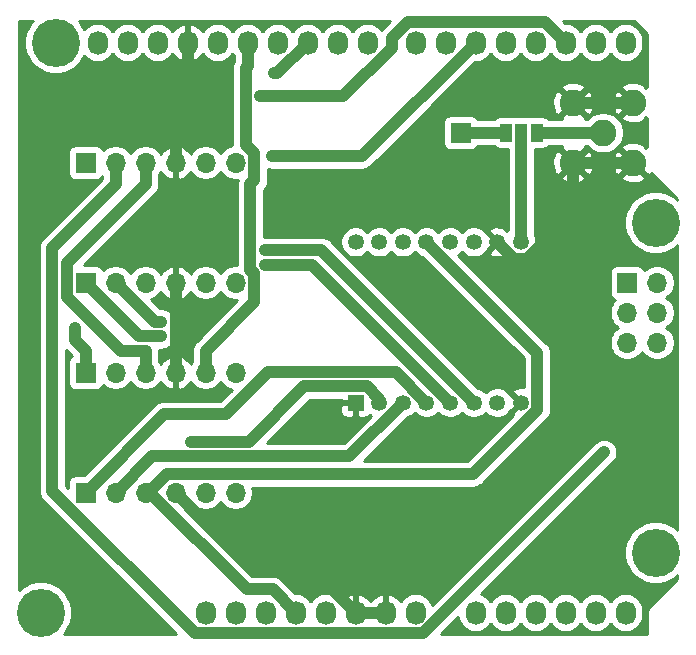
<source format=gbr>
%TF.GenerationSoftware,KiCad,Pcbnew,5.1.9+dfsg1-1+deb11u1*%
%TF.CreationDate,2023-06-15T15:49:45+02:00*%
%TF.ProjectId,LoRa_Uno,4c6f5261-5f55-46e6-9f2e-6b696361645f,rev?*%
%TF.SameCoordinates,Original*%
%TF.FileFunction,Copper,L1,Top*%
%TF.FilePolarity,Positive*%
%FSLAX46Y46*%
G04 Gerber Fmt 4.6, Leading zero omitted, Abs format (unit mm)*
G04 Created by KiCad (PCBNEW 5.1.9+dfsg1-1+deb11u1) date 2023-06-15 15:49:45*
%MOMM*%
%LPD*%
G01*
G04 APERTURE LIST*
%TA.AperFunction,SMDPad,CuDef*%
%ADD10R,1.000000X1.500000*%
%TD*%
%TA.AperFunction,ComponentPad*%
%ADD11R,1.700000X1.700000*%
%TD*%
%TA.AperFunction,ComponentPad*%
%ADD12C,2.250000*%
%TD*%
%TA.AperFunction,ComponentPad*%
%ADD13C,1.350000*%
%TD*%
%TA.AperFunction,ComponentPad*%
%ADD14R,1.350000X1.350000*%
%TD*%
%TA.AperFunction,ComponentPad*%
%ADD15O,1.700000X1.700000*%
%TD*%
%TA.AperFunction,ComponentPad*%
%ADD16O,1.727200X2.032000*%
%TD*%
%TA.AperFunction,ComponentPad*%
%ADD17C,4.064000*%
%TD*%
%TA.AperFunction,ViaPad*%
%ADD18C,1.000000*%
%TD*%
%TA.AperFunction,Conductor*%
%ADD19C,1.000000*%
%TD*%
%TA.AperFunction,Conductor*%
%ADD20C,0.254000*%
%TD*%
%TA.AperFunction,Conductor*%
%ADD21C,0.100000*%
%TD*%
G04 APERTURE END LIST*
D10*
%TO.P,JP1,1*%
%TO.N,Net-(JP1-Pad1)*%
X152929000Y-83185000D03*
%TO.P,JP1,2*%
%TO.N,RFM95_ANT*%
X154229000Y-83185000D03*
%TO.P,JP1,3*%
%TO.N,Net-(J1-Pad1)*%
X155529000Y-83185000D03*
%TD*%
D11*
%TO.P,P9,1*%
%TO.N,Net-(JP1-Pad1)*%
X149098000Y-83185000D03*
%TD*%
D12*
%TO.P,J1,2*%
%TO.N,GND*%
X158623000Y-80645000D03*
X163703000Y-80645000D03*
X163703000Y-85725000D03*
X158623000Y-85725000D03*
%TO.P,J1,1*%
%TO.N,Net-(J1-Pad1)*%
X161163000Y-83185000D03*
%TD*%
D13*
%TO.P,U1,16*%
%TO.N,RFM95_DIO2*%
X140208000Y-92445000D03*
%TO.P,U1,15*%
%TO.N,RFM95_DIO1*%
X142208000Y-92445000D03*
%TO.P,U1,14*%
%TO.N,RFM95_DIO0*%
X144208000Y-92445000D03*
%TO.P,U1,13*%
%TO.N,+3V3*%
X146208000Y-92445000D03*
%TO.P,U1,12*%
%TO.N,RFM95_DIO4*%
X148208000Y-92445000D03*
%TO.P,U1,11*%
%TO.N,RFM95_DIO3*%
X150208000Y-92445000D03*
%TO.P,U1,10*%
%TO.N,GND*%
X152208000Y-92445000D03*
%TO.P,U1,9*%
%TO.N,RFM95_ANT*%
X154208000Y-92445000D03*
%TO.P,U1,8*%
%TO.N,GND*%
X154208000Y-106045000D03*
%TO.P,U1,7*%
%TO.N,RFM95_DIO5*%
X152208000Y-106045000D03*
%TO.P,U1,6*%
%TO.N,RFM95_RESET*%
X150208000Y-106045000D03*
%TO.P,U1,5*%
%TO.N,RFM95_NSS*%
X148208000Y-106045000D03*
%TO.P,U1,4*%
%TO.N,RFM95_SCK*%
X146208000Y-106045000D03*
%TO.P,U1,3*%
%TO.N,RFM95_MOSI*%
X144208000Y-106045000D03*
%TO.P,U1,2*%
%TO.N,RFM95_MISO*%
X142208000Y-106045000D03*
D14*
%TO.P,U1,1*%
%TO.N,GND*%
X140208000Y-106045000D03*
%TD*%
D15*
%TO.P,J7,6*%
%TO.N,Net-(J7-Pad6)*%
X165735000Y-100965000D03*
%TO.P,J7,5*%
%TO.N,Net-(J7-Pad5)*%
X163195000Y-100965000D03*
%TO.P,J7,4*%
%TO.N,Net-(J7-Pad4)*%
X165735000Y-98425000D03*
%TO.P,J7,3*%
%TO.N,Net-(J7-Pad3)*%
X163195000Y-98425000D03*
%TO.P,J7,2*%
%TO.N,Net-(J7-Pad2)*%
X165735000Y-95885000D03*
D11*
%TO.P,J7,1*%
%TO.N,Net-(J7-Pad1)*%
X163195000Y-95885000D03*
%TD*%
D16*
%TO.P,P1,1*%
%TO.N,Net-(P1-Pad1)*%
X127508000Y-123825000D03*
%TO.P,P1,2*%
%TO.N,/IOREF*%
X130048000Y-123825000D03*
%TO.P,P1,3*%
%TO.N,/Reset*%
X132588000Y-123825000D03*
%TO.P,P1,4*%
%TO.N,+3V3*%
X135128000Y-123825000D03*
%TO.P,P1,5*%
%TO.N,+5V*%
X137668000Y-123825000D03*
%TO.P,P1,6*%
%TO.N,GND*%
X140208000Y-123825000D03*
%TO.P,P1,7*%
X142748000Y-123825000D03*
%TO.P,P1,8*%
%TO.N,/Vin*%
X145288000Y-123825000D03*
%TD*%
%TO.P,P2,1*%
%TO.N,/A0*%
X150368000Y-123825000D03*
%TO.P,P2,2*%
%TO.N,/A1*%
X152908000Y-123825000D03*
%TO.P,P2,3*%
%TO.N,/A2*%
X155448000Y-123825000D03*
%TO.P,P2,4*%
%TO.N,/A3*%
X157988000Y-123825000D03*
%TO.P,P2,5*%
%TO.N,/A4(SDA)*%
X160528000Y-123825000D03*
%TO.P,P2,6*%
%TO.N,/A5(SCL)*%
X163068000Y-123825000D03*
%TD*%
%TO.P,P3,1*%
%TO.N,/A5(SCL)*%
X118364000Y-75565000D03*
%TO.P,P3,2*%
%TO.N,/A4(SDA)*%
X120904000Y-75565000D03*
%TO.P,P3,3*%
%TO.N,/AREF*%
X123444000Y-75565000D03*
%TO.P,P3,4*%
%TO.N,GND*%
X125984000Y-75565000D03*
%TO.P,P3,5*%
%TO.N,/13(SCK)*%
X128524000Y-75565000D03*
%TO.P,P3,6*%
%TO.N,/12(MISO)*%
X131064000Y-75565000D03*
%TO.P,P3,7*%
%TO.N,/11(\u002A\u002A/MOSI)*%
X133604000Y-75565000D03*
%TO.P,P3,8*%
%TO.N,/10(\u002A\u002A/SS)*%
X136144000Y-75565000D03*
%TO.P,P3,9*%
%TO.N,/9(\u002A\u002A)*%
X138684000Y-75565000D03*
%TO.P,P3,10*%
%TO.N,/8*%
X141224000Y-75565000D03*
%TD*%
%TO.P,P4,1*%
%TO.N,/7*%
X145288000Y-75565000D03*
%TO.P,P4,2*%
%TO.N,/6(\u002A\u002A)*%
X147828000Y-75565000D03*
%TO.P,P4,3*%
%TO.N,/5(\u002A\u002A)*%
X150368000Y-75565000D03*
%TO.P,P4,4*%
%TO.N,/4*%
X152908000Y-75565000D03*
%TO.P,P4,5*%
%TO.N,/3(\u002A\u002A)*%
X155448000Y-75565000D03*
%TO.P,P4,6*%
%TO.N,/2*%
X157988000Y-75565000D03*
%TO.P,P4,7*%
%TO.N,/1(Tx)*%
X160528000Y-75565000D03*
%TO.P,P4,8*%
%TO.N,/0(Rx)*%
X163068000Y-75565000D03*
%TD*%
D17*
%TO.P,P5,1*%
%TO.N,Net-(P5-Pad1)*%
X113538000Y-123825000D03*
%TD*%
%TO.P,P6,1*%
%TO.N,Net-(P6-Pad1)*%
X165608000Y-118745000D03*
%TD*%
%TO.P,P7,1*%
%TO.N,Net-(P7-Pad1)*%
X114808000Y-75565000D03*
%TD*%
%TO.P,P8,1*%
%TO.N,Net-(P8-Pad1)*%
X165608000Y-90805000D03*
%TD*%
D11*
%TO.P,J2,1*%
%TO.N,RFM95_DIO0*%
X117348000Y-95885000D03*
D15*
%TO.P,J2,2*%
%TO.N,RFM95_DIO1*%
X119888000Y-95885000D03*
%TO.P,J2,3*%
%TO.N,+3V3*%
X122428000Y-95885000D03*
%TO.P,J2,4*%
%TO.N,GND*%
X124968000Y-95885000D03*
%TO.P,J2,5*%
%TO.N,RFM95_RESET*%
X127508000Y-95885000D03*
%TO.P,J2,6*%
%TO.N,RFM95_NSS*%
X130048000Y-95885000D03*
%TD*%
%TO.P,J3,6*%
%TO.N,Net-(J3-Pad6)*%
X130048000Y-113665000D03*
%TO.P,J3,5*%
%TO.N,RFM95_MISO*%
X127508000Y-113665000D03*
%TO.P,J3,4*%
%TO.N,GND*%
X124968000Y-113665000D03*
%TO.P,J3,3*%
%TO.N,+3V3*%
X122428000Y-113665000D03*
%TO.P,J3,2*%
%TO.N,RFM95_MOSI*%
X119888000Y-113665000D03*
D11*
%TO.P,J3,1*%
%TO.N,RFM95_SCK*%
X117348000Y-113665000D03*
%TD*%
%TO.P,J5,1*%
%TO.N,/2*%
X117348000Y-85725000D03*
D15*
%TO.P,J5,2*%
%TO.N,/3(\u002A\u002A)*%
X119888000Y-85725000D03*
%TO.P,J5,3*%
%TO.N,+5V*%
X122428000Y-85725000D03*
%TO.P,J5,4*%
%TO.N,GND*%
X124968000Y-85725000D03*
%TO.P,J5,5*%
%TO.N,/5(\u002A\u002A)*%
X127508000Y-85725000D03*
%TO.P,J5,6*%
%TO.N,/10(\u002A\u002A/SS)*%
X130048000Y-85725000D03*
%TD*%
%TO.P,J6,6*%
%TO.N,Net-(J6-Pad6)*%
X130048000Y-103505000D03*
%TO.P,J6,5*%
%TO.N,/12(MISO)*%
X127508000Y-103505000D03*
%TO.P,J6,4*%
%TO.N,GND*%
X124968000Y-103505000D03*
%TO.P,J6,3*%
%TO.N,+5V*%
X122428000Y-103505000D03*
%TO.P,J6,2*%
%TO.N,/11(\u002A\u002A/MOSI)*%
X119888000Y-103505000D03*
D11*
%TO.P,J6,1*%
%TO.N,/13(SCK)*%
X117348000Y-103505000D03*
%TD*%
D18*
%TO.N,/5(\u002A\u002A)*%
X133112800Y-85190600D03*
%TO.N,/3(\u002A\u002A)*%
X161246300Y-110259400D03*
%TO.N,/2*%
X132108600Y-80064200D03*
%TO.N,/13(SCK)*%
X116438100Y-99717200D03*
%TO.N,/10(\u002A\u002A/SS)*%
X133337600Y-78136400D03*
%TO.N,RFM95_DIO0*%
X123767700Y-100425600D03*
%TO.N,RFM95_DIO1*%
X123767700Y-99196300D03*
%TO.N,RFM95_RESET*%
X132505000Y-93126300D03*
%TO.N,RFM95_NSS*%
X132541500Y-94358700D03*
%TO.N,RFM95_MISO*%
X126290900Y-109371400D03*
%TD*%
D19*
%TO.N,+5V*%
X122428000Y-103505000D02*
X122428000Y-101655000D01*
X122428000Y-101655000D02*
X120383200Y-101655000D01*
X120383200Y-101655000D02*
X115797500Y-97069300D01*
X115797500Y-97069300D02*
X115797500Y-94205500D01*
X115797500Y-94205500D02*
X122428000Y-87575000D01*
X122428000Y-85725000D02*
X122428000Y-87575000D01*
%TO.N,GND*%
X124968000Y-113665000D02*
X130903500Y-119600500D01*
X130903500Y-119600500D02*
X135983500Y-119600500D01*
X135983500Y-119600500D02*
X140208000Y-123825000D01*
X142748000Y-123825000D02*
X140208000Y-123825000D01*
X124968000Y-101655000D02*
X124968000Y-97735000D01*
X125984000Y-75565000D02*
X125984000Y-77581000D01*
X124968000Y-85725000D02*
X124968000Y-78597000D01*
X124968000Y-78597000D02*
X125984000Y-77581000D01*
X152208000Y-92445000D02*
X153624500Y-93861500D01*
X153624500Y-93861500D02*
X154740700Y-93861500D01*
X154740700Y-93861500D02*
X158623000Y-89979200D01*
X158623000Y-89979200D02*
X158623000Y-85725000D01*
X124968000Y-103505000D02*
X124968000Y-101655000D01*
X124968000Y-95885000D02*
X124968000Y-97735000D01*
X163703000Y-80645000D02*
X158623000Y-80645000D01*
X158623000Y-85725000D02*
X163703000Y-85725000D01*
%TO.N,/5(\u002A\u002A)*%
X133112800Y-85190600D02*
X140742400Y-85190600D01*
X140742400Y-85190600D02*
X150368000Y-75565000D01*
%TO.N,/3(\u002A\u002A)*%
X119888000Y-87575000D02*
X114538300Y-92924700D01*
X114538300Y-92924700D02*
X114538300Y-113551700D01*
X114538300Y-113551700D02*
X126584600Y-125598000D01*
X126584600Y-125598000D02*
X145907700Y-125598000D01*
X145907700Y-125598000D02*
X161246300Y-110259400D01*
X119888000Y-85725000D02*
X119888000Y-87575000D01*
%TO.N,/2*%
X132108600Y-80064200D02*
X139176900Y-80064200D01*
X139176900Y-80064200D02*
X143256000Y-75985100D01*
X143256000Y-75985100D02*
X143256000Y-75183800D01*
X143256000Y-75183800D02*
X144647800Y-73792000D01*
X144647800Y-73792000D02*
X156215000Y-73792000D01*
X156215000Y-73792000D02*
X157988000Y-75565000D01*
%TO.N,/13(SCK)*%
X117348000Y-103505000D02*
X117348000Y-101655000D01*
X117348000Y-101655000D02*
X116438100Y-100745100D01*
X116438100Y-100745100D02*
X116438100Y-99717200D01*
%TO.N,/10(\u002A\u002A/SS)*%
X136144000Y-75565000D02*
X133572600Y-78136400D01*
X133572600Y-78136400D02*
X133337600Y-78136400D01*
%TO.N,+3V3*%
X122732700Y-113622200D02*
X130981600Y-121871200D01*
X130981600Y-121871200D02*
X133174200Y-121871200D01*
X133174200Y-121871200D02*
X135128000Y-123825000D01*
X122428000Y-113665000D02*
X122470800Y-113622200D01*
X122470800Y-113622200D02*
X122732600Y-113622200D01*
X122732600Y-113622200D02*
X122732700Y-113622200D01*
X146208000Y-92445000D02*
X155602300Y-101839300D01*
X155602300Y-101839300D02*
X155602300Y-106659700D01*
X155602300Y-106659700D02*
X150147300Y-112114700D01*
X150147300Y-112114700D02*
X124240200Y-112114700D01*
X124240200Y-112114700D02*
X122732700Y-113622200D01*
%TO.N,/12(MISO)*%
X131064000Y-77581000D02*
X130894200Y-77750800D01*
X130894200Y-77750800D02*
X130894200Y-84199400D01*
X130894200Y-84199400D02*
X131632800Y-84938000D01*
X131632800Y-84938000D02*
X131632800Y-87242600D01*
X131632800Y-87242600D02*
X131304700Y-87570700D01*
X131304700Y-87570700D02*
X131304700Y-94819400D01*
X131304700Y-94819400D02*
X131600100Y-95114800D01*
X131600100Y-95114800D02*
X131600100Y-97562900D01*
X131600100Y-97562900D02*
X127508000Y-101655000D01*
X131064000Y-75565000D02*
X131064000Y-77581000D01*
X127508000Y-103505000D02*
X127508000Y-101655000D01*
%TO.N,RFM95_ANT*%
X154208000Y-92445000D02*
X154229000Y-92424000D01*
X154229000Y-92424000D02*
X154229000Y-83185000D01*
%TO.N,RFM95_DIO0*%
X117348000Y-95885000D02*
X121888600Y-100425600D01*
X121888600Y-100425600D02*
X123767700Y-100425600D01*
%TO.N,RFM95_DIO1*%
X119888000Y-95885000D02*
X123199300Y-99196300D01*
X123199300Y-99196300D02*
X123767700Y-99196300D01*
%TO.N,RFM95_RESET*%
X150208000Y-106045000D02*
X137289300Y-93126300D01*
X137289300Y-93126300D02*
X132505000Y-93126300D01*
%TO.N,RFM95_NSS*%
X132541500Y-94358700D02*
X136521700Y-94358700D01*
X136521700Y-94358700D02*
X148208000Y-106045000D01*
%TO.N,RFM95_MISO*%
X126290900Y-109371400D02*
X131152200Y-109371400D01*
X131152200Y-109371400D02*
X135853900Y-104669700D01*
X135853900Y-104669700D02*
X141173100Y-104669700D01*
X141173100Y-104669700D02*
X142208000Y-105704600D01*
X142208000Y-105704600D02*
X142208000Y-106045000D01*
%TO.N,RFM95_MOSI*%
X119888000Y-113665000D02*
X122981300Y-110571700D01*
X122981300Y-110571700D02*
X139681300Y-110571700D01*
X139681300Y-110571700D02*
X144208000Y-106045000D01*
%TO.N,RFM95_SCK*%
X117348000Y-113665000D02*
X123975300Y-107037700D01*
X123975300Y-107037700D02*
X129232100Y-107037700D01*
X129232100Y-107037700D02*
X132805900Y-103463900D01*
X132805900Y-103463900D02*
X143626900Y-103463900D01*
X143626900Y-103463900D02*
X146208000Y-106045000D01*
%TO.N,Net-(J1-Pad1)*%
X161163000Y-83185000D02*
X155529000Y-83185000D01*
%TO.N,Net-(JP1-Pad1)*%
X149098000Y-83185000D02*
X152929000Y-83185000D01*
%TD*%
D20*
%TO.N,GND*%
X112736406Y-73864887D02*
X112444536Y-74301702D01*
X112243492Y-74787065D01*
X112141000Y-75302323D01*
X112141000Y-75827677D01*
X112243492Y-76342935D01*
X112444536Y-76828298D01*
X112736406Y-77265113D01*
X113107887Y-77636594D01*
X113544702Y-77928464D01*
X114030065Y-78129508D01*
X114545323Y-78232000D01*
X115070677Y-78232000D01*
X115585935Y-78129508D01*
X116071298Y-77928464D01*
X116508113Y-77636594D01*
X116879594Y-77265113D01*
X117171464Y-76828298D01*
X117227001Y-76694219D01*
X117299203Y-76782197D01*
X117527395Y-76969469D01*
X117787737Y-77108625D01*
X118070224Y-77194316D01*
X118364000Y-77223251D01*
X118657777Y-77194316D01*
X118940264Y-77108625D01*
X119200606Y-76969469D01*
X119428797Y-76782197D01*
X119616069Y-76554006D01*
X119634000Y-76520459D01*
X119651931Y-76554006D01*
X119839203Y-76782197D01*
X120067395Y-76969469D01*
X120327737Y-77108625D01*
X120610224Y-77194316D01*
X120904000Y-77223251D01*
X121197777Y-77194316D01*
X121480264Y-77108625D01*
X121740606Y-76969469D01*
X121968797Y-76782197D01*
X122156069Y-76554006D01*
X122174000Y-76520459D01*
X122191931Y-76554006D01*
X122379203Y-76782197D01*
X122607395Y-76969469D01*
X122867737Y-77108625D01*
X123150224Y-77194316D01*
X123444000Y-77223251D01*
X123737777Y-77194316D01*
X124020264Y-77108625D01*
X124280606Y-76969469D01*
X124508797Y-76782197D01*
X124696069Y-76554006D01*
X124717424Y-76514053D01*
X124865514Y-76716729D01*
X125081965Y-76915733D01*
X125333081Y-77068686D01*
X125609211Y-77169709D01*
X125624974Y-77172358D01*
X125857000Y-77051217D01*
X125857000Y-75692000D01*
X125837000Y-75692000D01*
X125837000Y-75438000D01*
X125857000Y-75438000D01*
X125857000Y-74078783D01*
X125624974Y-73957642D01*
X125609211Y-73960291D01*
X125333081Y-74061314D01*
X125081965Y-74214267D01*
X124865514Y-74413271D01*
X124717424Y-74615947D01*
X124696069Y-74575994D01*
X124508797Y-74347803D01*
X124280605Y-74160531D01*
X124020263Y-74021375D01*
X123737776Y-73935684D01*
X123444000Y-73906749D01*
X123150223Y-73935684D01*
X122867736Y-74021375D01*
X122607394Y-74160531D01*
X122379203Y-74347803D01*
X122191931Y-74575995D01*
X122174000Y-74609541D01*
X122156069Y-74575994D01*
X121968797Y-74347803D01*
X121740605Y-74160531D01*
X121480263Y-74021375D01*
X121197776Y-73935684D01*
X120904000Y-73906749D01*
X120610223Y-73935684D01*
X120327736Y-74021375D01*
X120067394Y-74160531D01*
X119839203Y-74347803D01*
X119651931Y-74575995D01*
X119634000Y-74609541D01*
X119616069Y-74575994D01*
X119428797Y-74347803D01*
X119200605Y-74160531D01*
X118940263Y-74021375D01*
X118657776Y-73935684D01*
X118364000Y-73906749D01*
X118070223Y-73935684D01*
X117787736Y-74021375D01*
X117527394Y-74160531D01*
X117299203Y-74347803D01*
X117227001Y-74435781D01*
X117171464Y-74301702D01*
X116879594Y-73864887D01*
X116749707Y-73735000D01*
X143099669Y-73735000D01*
X142492860Y-74341809D01*
X142449552Y-74377351D01*
X142381299Y-74460517D01*
X142288797Y-74347803D01*
X142060605Y-74160531D01*
X141800263Y-74021375D01*
X141517776Y-73935684D01*
X141224000Y-73906749D01*
X140930223Y-73935684D01*
X140647736Y-74021375D01*
X140387394Y-74160531D01*
X140159203Y-74347803D01*
X139971931Y-74575995D01*
X139954000Y-74609541D01*
X139936069Y-74575994D01*
X139748797Y-74347803D01*
X139520605Y-74160531D01*
X139260263Y-74021375D01*
X138977776Y-73935684D01*
X138684000Y-73906749D01*
X138390223Y-73935684D01*
X138107736Y-74021375D01*
X137847394Y-74160531D01*
X137619203Y-74347803D01*
X137431931Y-74575995D01*
X137414000Y-74609541D01*
X137396069Y-74575994D01*
X137208797Y-74347803D01*
X136980605Y-74160531D01*
X136720263Y-74021375D01*
X136437776Y-73935684D01*
X136144000Y-73906749D01*
X135850223Y-73935684D01*
X135567736Y-74021375D01*
X135307394Y-74160531D01*
X135079203Y-74347803D01*
X134891931Y-74575995D01*
X134874000Y-74609541D01*
X134856069Y-74575994D01*
X134668797Y-74347803D01*
X134440605Y-74160531D01*
X134180263Y-74021375D01*
X133897776Y-73935684D01*
X133604000Y-73906749D01*
X133310223Y-73935684D01*
X133027736Y-74021375D01*
X132767394Y-74160531D01*
X132539203Y-74347803D01*
X132351931Y-74575995D01*
X132334000Y-74609541D01*
X132316069Y-74575994D01*
X132128797Y-74347803D01*
X131900605Y-74160531D01*
X131640263Y-74021375D01*
X131357776Y-73935684D01*
X131064000Y-73906749D01*
X130770223Y-73935684D01*
X130487736Y-74021375D01*
X130227394Y-74160531D01*
X129999203Y-74347803D01*
X129811931Y-74575995D01*
X129794000Y-74609541D01*
X129776069Y-74575994D01*
X129588797Y-74347803D01*
X129360605Y-74160531D01*
X129100263Y-74021375D01*
X128817776Y-73935684D01*
X128524000Y-73906749D01*
X128230223Y-73935684D01*
X127947736Y-74021375D01*
X127687394Y-74160531D01*
X127459203Y-74347803D01*
X127271931Y-74575995D01*
X127250576Y-74615947D01*
X127102486Y-74413271D01*
X126886035Y-74214267D01*
X126634919Y-74061314D01*
X126358789Y-73960291D01*
X126343026Y-73957642D01*
X126111000Y-74078783D01*
X126111000Y-75438000D01*
X126131000Y-75438000D01*
X126131000Y-75692000D01*
X126111000Y-75692000D01*
X126111000Y-77051217D01*
X126343026Y-77172358D01*
X126358789Y-77169709D01*
X126634919Y-77068686D01*
X126886035Y-76915733D01*
X127102486Y-76716729D01*
X127250576Y-76514053D01*
X127271931Y-76554006D01*
X127459203Y-76782197D01*
X127687395Y-76969469D01*
X127947737Y-77108625D01*
X128230224Y-77194316D01*
X128524000Y-77223251D01*
X128817777Y-77194316D01*
X129100264Y-77108625D01*
X129360606Y-76969469D01*
X129588797Y-76782197D01*
X129776069Y-76554006D01*
X129794000Y-76520459D01*
X129811931Y-76554006D01*
X129929001Y-76696655D01*
X129929001Y-77148824D01*
X129866844Y-77265113D01*
X129840524Y-77314354D01*
X129775623Y-77528302D01*
X129753709Y-77750800D01*
X129759200Y-77806552D01*
X129759201Y-84143639D01*
X129753709Y-84199400D01*
X129760475Y-84268100D01*
X129614842Y-84297068D01*
X129344589Y-84409010D01*
X129101368Y-84571525D01*
X128894525Y-84778368D01*
X128778000Y-84952760D01*
X128661475Y-84778368D01*
X128454632Y-84571525D01*
X128211411Y-84409010D01*
X127941158Y-84297068D01*
X127654260Y-84240000D01*
X127361740Y-84240000D01*
X127074842Y-84297068D01*
X126804589Y-84409010D01*
X126561368Y-84571525D01*
X126354525Y-84778368D01*
X126232805Y-84960534D01*
X126163178Y-84843645D01*
X125968269Y-84627412D01*
X125734920Y-84453359D01*
X125472099Y-84328175D01*
X125324890Y-84283524D01*
X125095000Y-84404845D01*
X125095000Y-85598000D01*
X125115000Y-85598000D01*
X125115000Y-85852000D01*
X125095000Y-85852000D01*
X125095000Y-87045155D01*
X125324890Y-87166476D01*
X125472099Y-87121825D01*
X125734920Y-86996641D01*
X125968269Y-86822588D01*
X126163178Y-86606355D01*
X126232805Y-86489466D01*
X126354525Y-86671632D01*
X126561368Y-86878475D01*
X126804589Y-87040990D01*
X127074842Y-87152932D01*
X127361740Y-87210000D01*
X127654260Y-87210000D01*
X127941158Y-87152932D01*
X128211411Y-87040990D01*
X128454632Y-86878475D01*
X128661475Y-86671632D01*
X128778000Y-86497240D01*
X128894525Y-86671632D01*
X129101368Y-86878475D01*
X129344589Y-87040990D01*
X129614842Y-87152932D01*
X129901740Y-87210000D01*
X130194260Y-87210000D01*
X130230216Y-87202848D01*
X130186123Y-87348202D01*
X130164209Y-87570700D01*
X130169700Y-87626452D01*
X130169701Y-94400000D01*
X129901740Y-94400000D01*
X129614842Y-94457068D01*
X129344589Y-94569010D01*
X129101368Y-94731525D01*
X128894525Y-94938368D01*
X128778000Y-95112760D01*
X128661475Y-94938368D01*
X128454632Y-94731525D01*
X128211411Y-94569010D01*
X127941158Y-94457068D01*
X127654260Y-94400000D01*
X127361740Y-94400000D01*
X127074842Y-94457068D01*
X126804589Y-94569010D01*
X126561368Y-94731525D01*
X126354525Y-94938368D01*
X126232805Y-95120534D01*
X126163178Y-95003645D01*
X125968269Y-94787412D01*
X125734920Y-94613359D01*
X125472099Y-94488175D01*
X125324890Y-94443524D01*
X125095000Y-94564845D01*
X125095000Y-95758000D01*
X125115000Y-95758000D01*
X125115000Y-96012000D01*
X125095000Y-96012000D01*
X125095000Y-97205155D01*
X125324890Y-97326476D01*
X125472099Y-97281825D01*
X125734920Y-97156641D01*
X125968269Y-96982588D01*
X126163178Y-96766355D01*
X126232805Y-96649466D01*
X126354525Y-96831632D01*
X126561368Y-97038475D01*
X126804589Y-97200990D01*
X127074842Y-97312932D01*
X127361740Y-97370000D01*
X127654260Y-97370000D01*
X127941158Y-97312932D01*
X128211411Y-97200990D01*
X128454632Y-97038475D01*
X128661475Y-96831632D01*
X128778000Y-96657240D01*
X128894525Y-96831632D01*
X129101368Y-97038475D01*
X129344589Y-97200990D01*
X129614842Y-97312932D01*
X129901740Y-97370000D01*
X130187868Y-97370000D01*
X126744860Y-100813009D01*
X126701552Y-100848551D01*
X126559717Y-101021377D01*
X126539489Y-101059222D01*
X126454324Y-101218554D01*
X126389423Y-101432502D01*
X126367509Y-101655000D01*
X126373001Y-101710761D01*
X126373001Y-102539892D01*
X126354525Y-102558368D01*
X126232805Y-102740534D01*
X126163178Y-102623645D01*
X125968269Y-102407412D01*
X125734920Y-102233359D01*
X125472099Y-102108175D01*
X125324890Y-102063524D01*
X125095000Y-102184845D01*
X125095000Y-103378000D01*
X125115000Y-103378000D01*
X125115000Y-103632000D01*
X125095000Y-103632000D01*
X125095000Y-104825155D01*
X125324890Y-104946476D01*
X125472099Y-104901825D01*
X125734920Y-104776641D01*
X125968269Y-104602588D01*
X126163178Y-104386355D01*
X126232805Y-104269466D01*
X126354525Y-104451632D01*
X126561368Y-104658475D01*
X126804589Y-104820990D01*
X127074842Y-104932932D01*
X127361740Y-104990000D01*
X127654260Y-104990000D01*
X127941158Y-104932932D01*
X128211411Y-104820990D01*
X128454632Y-104658475D01*
X128661475Y-104451632D01*
X128778000Y-104277240D01*
X128894525Y-104451632D01*
X129101368Y-104658475D01*
X129344589Y-104820990D01*
X129614842Y-104932932D01*
X129712342Y-104952326D01*
X128761969Y-105902700D01*
X124031052Y-105902700D01*
X123975300Y-105897209D01*
X123752801Y-105919123D01*
X123538853Y-105984024D01*
X123341677Y-106089416D01*
X123212156Y-106195711D01*
X123212154Y-106195713D01*
X123168851Y-106231251D01*
X123133313Y-106274554D01*
X117230941Y-112176928D01*
X116498000Y-112176928D01*
X116373518Y-112189188D01*
X116253820Y-112225498D01*
X116143506Y-112284463D01*
X116046815Y-112363815D01*
X115967463Y-112460506D01*
X115908498Y-112570820D01*
X115872188Y-112690518D01*
X115859928Y-112815000D01*
X115859928Y-113268197D01*
X115673300Y-113081569D01*
X115673300Y-101585730D01*
X115674964Y-101587095D01*
X116188357Y-102100489D01*
X116143506Y-102124463D01*
X116046815Y-102203815D01*
X115967463Y-102300506D01*
X115908498Y-102410820D01*
X115872188Y-102530518D01*
X115859928Y-102655000D01*
X115859928Y-104355000D01*
X115872188Y-104479482D01*
X115908498Y-104599180D01*
X115967463Y-104709494D01*
X116046815Y-104806185D01*
X116143506Y-104885537D01*
X116253820Y-104944502D01*
X116373518Y-104980812D01*
X116498000Y-104993072D01*
X118198000Y-104993072D01*
X118322482Y-104980812D01*
X118442180Y-104944502D01*
X118552494Y-104885537D01*
X118649185Y-104806185D01*
X118728537Y-104709494D01*
X118787502Y-104599180D01*
X118809513Y-104526620D01*
X118941368Y-104658475D01*
X119184589Y-104820990D01*
X119454842Y-104932932D01*
X119741740Y-104990000D01*
X120034260Y-104990000D01*
X120321158Y-104932932D01*
X120591411Y-104820990D01*
X120834632Y-104658475D01*
X121041475Y-104451632D01*
X121158000Y-104277240D01*
X121274525Y-104451632D01*
X121481368Y-104658475D01*
X121724589Y-104820990D01*
X121994842Y-104932932D01*
X122281740Y-104990000D01*
X122574260Y-104990000D01*
X122861158Y-104932932D01*
X123131411Y-104820990D01*
X123374632Y-104658475D01*
X123581475Y-104451632D01*
X123703195Y-104269466D01*
X123772822Y-104386355D01*
X123967731Y-104602588D01*
X124201080Y-104776641D01*
X124463901Y-104901825D01*
X124611110Y-104946476D01*
X124841000Y-104825155D01*
X124841000Y-103632000D01*
X124821000Y-103632000D01*
X124821000Y-103378000D01*
X124841000Y-103378000D01*
X124841000Y-102184845D01*
X124611110Y-102063524D01*
X124463901Y-102108175D01*
X124201080Y-102233359D01*
X123967731Y-102407412D01*
X123772822Y-102623645D01*
X123703195Y-102740534D01*
X123581475Y-102558368D01*
X123563000Y-102539893D01*
X123563000Y-101710752D01*
X123568491Y-101655000D01*
X123559194Y-101560600D01*
X123879488Y-101560600D01*
X123934447Y-101549668D01*
X123990199Y-101544177D01*
X124043806Y-101527915D01*
X124098767Y-101516983D01*
X124150542Y-101495537D01*
X124204147Y-101479276D01*
X124253551Y-101452869D01*
X124305324Y-101431424D01*
X124351914Y-101400293D01*
X124401323Y-101373884D01*
X124444632Y-101338341D01*
X124491220Y-101307212D01*
X124530841Y-101267591D01*
X124574149Y-101232049D01*
X124609691Y-101188741D01*
X124649312Y-101149120D01*
X124680441Y-101102532D01*
X124715984Y-101059223D01*
X124742393Y-101009814D01*
X124773524Y-100963224D01*
X124794969Y-100911451D01*
X124821376Y-100862047D01*
X124837637Y-100808442D01*
X124859083Y-100756667D01*
X124870015Y-100701706D01*
X124886277Y-100648099D01*
X124891768Y-100592347D01*
X124902700Y-100537388D01*
X124902700Y-100481352D01*
X124908191Y-100425600D01*
X124902700Y-100369848D01*
X124902700Y-100313812D01*
X124891768Y-100258853D01*
X124886277Y-100203101D01*
X124870015Y-100149494D01*
X124859083Y-100094533D01*
X124837637Y-100042758D01*
X124821376Y-99989153D01*
X124794969Y-99939749D01*
X124773524Y-99887976D01*
X124742393Y-99841386D01*
X124726125Y-99810950D01*
X124742393Y-99780514D01*
X124773524Y-99733924D01*
X124794969Y-99682151D01*
X124821376Y-99632747D01*
X124837637Y-99579142D01*
X124859083Y-99527367D01*
X124870015Y-99472406D01*
X124886277Y-99418799D01*
X124891768Y-99363047D01*
X124902700Y-99308088D01*
X124902700Y-99252052D01*
X124908191Y-99196300D01*
X124902700Y-99140548D01*
X124902700Y-99084512D01*
X124891768Y-99029553D01*
X124886277Y-98973801D01*
X124870015Y-98920194D01*
X124859083Y-98865233D01*
X124837637Y-98813458D01*
X124821376Y-98759853D01*
X124794969Y-98710449D01*
X124773524Y-98658676D01*
X124742393Y-98612086D01*
X124715984Y-98562677D01*
X124680441Y-98519368D01*
X124649312Y-98472780D01*
X124609691Y-98433159D01*
X124574149Y-98389851D01*
X124530841Y-98354309D01*
X124491220Y-98314688D01*
X124444632Y-98283559D01*
X124401323Y-98248016D01*
X124351914Y-98221607D01*
X124305324Y-98190476D01*
X124253551Y-98169031D01*
X124204147Y-98142624D01*
X124150542Y-98126363D01*
X124098767Y-98104917D01*
X124043806Y-98093985D01*
X123990199Y-98077723D01*
X123934447Y-98072232D01*
X123879488Y-98061300D01*
X123669432Y-98061300D01*
X122903518Y-97295386D01*
X123131411Y-97200990D01*
X123374632Y-97038475D01*
X123581475Y-96831632D01*
X123703195Y-96649466D01*
X123772822Y-96766355D01*
X123967731Y-96982588D01*
X124201080Y-97156641D01*
X124463901Y-97281825D01*
X124611110Y-97326476D01*
X124841000Y-97205155D01*
X124841000Y-96012000D01*
X124821000Y-96012000D01*
X124821000Y-95758000D01*
X124841000Y-95758000D01*
X124841000Y-94564845D01*
X124611110Y-94443524D01*
X124463901Y-94488175D01*
X124201080Y-94613359D01*
X123967731Y-94787412D01*
X123772822Y-95003645D01*
X123703195Y-95120534D01*
X123581475Y-94938368D01*
X123374632Y-94731525D01*
X123131411Y-94569010D01*
X122861158Y-94457068D01*
X122574260Y-94400000D01*
X122281740Y-94400000D01*
X121994842Y-94457068D01*
X121724589Y-94569010D01*
X121481368Y-94731525D01*
X121274525Y-94938368D01*
X121158000Y-95112760D01*
X121041475Y-94938368D01*
X120834632Y-94731525D01*
X120591411Y-94569010D01*
X120321158Y-94457068D01*
X120034260Y-94400000D01*
X119741740Y-94400000D01*
X119454842Y-94457068D01*
X119184589Y-94569010D01*
X118941368Y-94731525D01*
X118809513Y-94863380D01*
X118787502Y-94790820D01*
X118728537Y-94680506D01*
X118649185Y-94583815D01*
X118552494Y-94504463D01*
X118442180Y-94445498D01*
X118322482Y-94409188D01*
X118198000Y-94396928D01*
X117211203Y-94396928D01*
X123191141Y-88416991D01*
X123234449Y-88381449D01*
X123376284Y-88208623D01*
X123481676Y-88011447D01*
X123546577Y-87797499D01*
X123563000Y-87630752D01*
X123568491Y-87575001D01*
X123563000Y-87519249D01*
X123563000Y-86690107D01*
X123581475Y-86671632D01*
X123703195Y-86489466D01*
X123772822Y-86606355D01*
X123967731Y-86822588D01*
X124201080Y-86996641D01*
X124463901Y-87121825D01*
X124611110Y-87166476D01*
X124841000Y-87045155D01*
X124841000Y-85852000D01*
X124821000Y-85852000D01*
X124821000Y-85598000D01*
X124841000Y-85598000D01*
X124841000Y-84404845D01*
X124611110Y-84283524D01*
X124463901Y-84328175D01*
X124201080Y-84453359D01*
X123967731Y-84627412D01*
X123772822Y-84843645D01*
X123703195Y-84960534D01*
X123581475Y-84778368D01*
X123374632Y-84571525D01*
X123131411Y-84409010D01*
X122861158Y-84297068D01*
X122574260Y-84240000D01*
X122281740Y-84240000D01*
X121994842Y-84297068D01*
X121724589Y-84409010D01*
X121481368Y-84571525D01*
X121274525Y-84778368D01*
X121158000Y-84952760D01*
X121041475Y-84778368D01*
X120834632Y-84571525D01*
X120591411Y-84409010D01*
X120321158Y-84297068D01*
X120034260Y-84240000D01*
X119741740Y-84240000D01*
X119454842Y-84297068D01*
X119184589Y-84409010D01*
X118941368Y-84571525D01*
X118809513Y-84703380D01*
X118787502Y-84630820D01*
X118728537Y-84520506D01*
X118649185Y-84423815D01*
X118552494Y-84344463D01*
X118442180Y-84285498D01*
X118322482Y-84249188D01*
X118198000Y-84236928D01*
X116498000Y-84236928D01*
X116373518Y-84249188D01*
X116253820Y-84285498D01*
X116143506Y-84344463D01*
X116046815Y-84423815D01*
X115967463Y-84520506D01*
X115908498Y-84630820D01*
X115872188Y-84750518D01*
X115859928Y-84875000D01*
X115859928Y-86575000D01*
X115872188Y-86699482D01*
X115908498Y-86819180D01*
X115967463Y-86929494D01*
X116046815Y-87026185D01*
X116143506Y-87105537D01*
X116253820Y-87164502D01*
X116373518Y-87200812D01*
X116498000Y-87213072D01*
X118198000Y-87213072D01*
X118322482Y-87200812D01*
X118442180Y-87164502D01*
X118552494Y-87105537D01*
X118649185Y-87026185D01*
X118728537Y-86929494D01*
X118753001Y-86883727D01*
X118753001Y-87104867D01*
X113775165Y-92082704D01*
X113731851Y-92118251D01*
X113590016Y-92291077D01*
X113489169Y-92479751D01*
X113484624Y-92488254D01*
X113419723Y-92702202D01*
X113397809Y-92924700D01*
X113403300Y-92980451D01*
X113403301Y-113495938D01*
X113397809Y-113551700D01*
X113419723Y-113774198D01*
X113484624Y-113988146D01*
X113484625Y-113988147D01*
X113590017Y-114185323D01*
X113731852Y-114358149D01*
X113775160Y-114393691D01*
X125036468Y-125655000D01*
X115479707Y-125655000D01*
X115609594Y-125525113D01*
X115901464Y-125088298D01*
X116102508Y-124602935D01*
X116205000Y-124087677D01*
X116205000Y-123562323D01*
X116102508Y-123047065D01*
X115901464Y-122561702D01*
X115609594Y-122124887D01*
X115238113Y-121753406D01*
X114801298Y-121461536D01*
X114315935Y-121260492D01*
X113800677Y-121158000D01*
X113275323Y-121158000D01*
X112760065Y-121260492D01*
X112274702Y-121461536D01*
X111837887Y-121753406D01*
X111708000Y-121883293D01*
X111708000Y-73735000D01*
X112866293Y-73735000D01*
X112736406Y-73864887D01*
%TA.AperFunction,Conductor*%
D21*
G36*
X112736406Y-73864887D02*
G01*
X112444536Y-74301702D01*
X112243492Y-74787065D01*
X112141000Y-75302323D01*
X112141000Y-75827677D01*
X112243492Y-76342935D01*
X112444536Y-76828298D01*
X112736406Y-77265113D01*
X113107887Y-77636594D01*
X113544702Y-77928464D01*
X114030065Y-78129508D01*
X114545323Y-78232000D01*
X115070677Y-78232000D01*
X115585935Y-78129508D01*
X116071298Y-77928464D01*
X116508113Y-77636594D01*
X116879594Y-77265113D01*
X117171464Y-76828298D01*
X117227001Y-76694219D01*
X117299203Y-76782197D01*
X117527395Y-76969469D01*
X117787737Y-77108625D01*
X118070224Y-77194316D01*
X118364000Y-77223251D01*
X118657777Y-77194316D01*
X118940264Y-77108625D01*
X119200606Y-76969469D01*
X119428797Y-76782197D01*
X119616069Y-76554006D01*
X119634000Y-76520459D01*
X119651931Y-76554006D01*
X119839203Y-76782197D01*
X120067395Y-76969469D01*
X120327737Y-77108625D01*
X120610224Y-77194316D01*
X120904000Y-77223251D01*
X121197777Y-77194316D01*
X121480264Y-77108625D01*
X121740606Y-76969469D01*
X121968797Y-76782197D01*
X122156069Y-76554006D01*
X122174000Y-76520459D01*
X122191931Y-76554006D01*
X122379203Y-76782197D01*
X122607395Y-76969469D01*
X122867737Y-77108625D01*
X123150224Y-77194316D01*
X123444000Y-77223251D01*
X123737777Y-77194316D01*
X124020264Y-77108625D01*
X124280606Y-76969469D01*
X124508797Y-76782197D01*
X124696069Y-76554006D01*
X124717424Y-76514053D01*
X124865514Y-76716729D01*
X125081965Y-76915733D01*
X125333081Y-77068686D01*
X125609211Y-77169709D01*
X125624974Y-77172358D01*
X125857000Y-77051217D01*
X125857000Y-75692000D01*
X125837000Y-75692000D01*
X125837000Y-75438000D01*
X125857000Y-75438000D01*
X125857000Y-74078783D01*
X125624974Y-73957642D01*
X125609211Y-73960291D01*
X125333081Y-74061314D01*
X125081965Y-74214267D01*
X124865514Y-74413271D01*
X124717424Y-74615947D01*
X124696069Y-74575994D01*
X124508797Y-74347803D01*
X124280605Y-74160531D01*
X124020263Y-74021375D01*
X123737776Y-73935684D01*
X123444000Y-73906749D01*
X123150223Y-73935684D01*
X122867736Y-74021375D01*
X122607394Y-74160531D01*
X122379203Y-74347803D01*
X122191931Y-74575995D01*
X122174000Y-74609541D01*
X122156069Y-74575994D01*
X121968797Y-74347803D01*
X121740605Y-74160531D01*
X121480263Y-74021375D01*
X121197776Y-73935684D01*
X120904000Y-73906749D01*
X120610223Y-73935684D01*
X120327736Y-74021375D01*
X120067394Y-74160531D01*
X119839203Y-74347803D01*
X119651931Y-74575995D01*
X119634000Y-74609541D01*
X119616069Y-74575994D01*
X119428797Y-74347803D01*
X119200605Y-74160531D01*
X118940263Y-74021375D01*
X118657776Y-73935684D01*
X118364000Y-73906749D01*
X118070223Y-73935684D01*
X117787736Y-74021375D01*
X117527394Y-74160531D01*
X117299203Y-74347803D01*
X117227001Y-74435781D01*
X117171464Y-74301702D01*
X116879594Y-73864887D01*
X116749707Y-73735000D01*
X143099669Y-73735000D01*
X142492860Y-74341809D01*
X142449552Y-74377351D01*
X142381299Y-74460517D01*
X142288797Y-74347803D01*
X142060605Y-74160531D01*
X141800263Y-74021375D01*
X141517776Y-73935684D01*
X141224000Y-73906749D01*
X140930223Y-73935684D01*
X140647736Y-74021375D01*
X140387394Y-74160531D01*
X140159203Y-74347803D01*
X139971931Y-74575995D01*
X139954000Y-74609541D01*
X139936069Y-74575994D01*
X139748797Y-74347803D01*
X139520605Y-74160531D01*
X139260263Y-74021375D01*
X138977776Y-73935684D01*
X138684000Y-73906749D01*
X138390223Y-73935684D01*
X138107736Y-74021375D01*
X137847394Y-74160531D01*
X137619203Y-74347803D01*
X137431931Y-74575995D01*
X137414000Y-74609541D01*
X137396069Y-74575994D01*
X137208797Y-74347803D01*
X136980605Y-74160531D01*
X136720263Y-74021375D01*
X136437776Y-73935684D01*
X136144000Y-73906749D01*
X135850223Y-73935684D01*
X135567736Y-74021375D01*
X135307394Y-74160531D01*
X135079203Y-74347803D01*
X134891931Y-74575995D01*
X134874000Y-74609541D01*
X134856069Y-74575994D01*
X134668797Y-74347803D01*
X134440605Y-74160531D01*
X134180263Y-74021375D01*
X133897776Y-73935684D01*
X133604000Y-73906749D01*
X133310223Y-73935684D01*
X133027736Y-74021375D01*
X132767394Y-74160531D01*
X132539203Y-74347803D01*
X132351931Y-74575995D01*
X132334000Y-74609541D01*
X132316069Y-74575994D01*
X132128797Y-74347803D01*
X131900605Y-74160531D01*
X131640263Y-74021375D01*
X131357776Y-73935684D01*
X131064000Y-73906749D01*
X130770223Y-73935684D01*
X130487736Y-74021375D01*
X130227394Y-74160531D01*
X129999203Y-74347803D01*
X129811931Y-74575995D01*
X129794000Y-74609541D01*
X129776069Y-74575994D01*
X129588797Y-74347803D01*
X129360605Y-74160531D01*
X129100263Y-74021375D01*
X128817776Y-73935684D01*
X128524000Y-73906749D01*
X128230223Y-73935684D01*
X127947736Y-74021375D01*
X127687394Y-74160531D01*
X127459203Y-74347803D01*
X127271931Y-74575995D01*
X127250576Y-74615947D01*
X127102486Y-74413271D01*
X126886035Y-74214267D01*
X126634919Y-74061314D01*
X126358789Y-73960291D01*
X126343026Y-73957642D01*
X126111000Y-74078783D01*
X126111000Y-75438000D01*
X126131000Y-75438000D01*
X126131000Y-75692000D01*
X126111000Y-75692000D01*
X126111000Y-77051217D01*
X126343026Y-77172358D01*
X126358789Y-77169709D01*
X126634919Y-77068686D01*
X126886035Y-76915733D01*
X127102486Y-76716729D01*
X127250576Y-76514053D01*
X127271931Y-76554006D01*
X127459203Y-76782197D01*
X127687395Y-76969469D01*
X127947737Y-77108625D01*
X128230224Y-77194316D01*
X128524000Y-77223251D01*
X128817777Y-77194316D01*
X129100264Y-77108625D01*
X129360606Y-76969469D01*
X129588797Y-76782197D01*
X129776069Y-76554006D01*
X129794000Y-76520459D01*
X129811931Y-76554006D01*
X129929001Y-76696655D01*
X129929001Y-77148824D01*
X129866844Y-77265113D01*
X129840524Y-77314354D01*
X129775623Y-77528302D01*
X129753709Y-77750800D01*
X129759200Y-77806552D01*
X129759201Y-84143639D01*
X129753709Y-84199400D01*
X129760475Y-84268100D01*
X129614842Y-84297068D01*
X129344589Y-84409010D01*
X129101368Y-84571525D01*
X128894525Y-84778368D01*
X128778000Y-84952760D01*
X128661475Y-84778368D01*
X128454632Y-84571525D01*
X128211411Y-84409010D01*
X127941158Y-84297068D01*
X127654260Y-84240000D01*
X127361740Y-84240000D01*
X127074842Y-84297068D01*
X126804589Y-84409010D01*
X126561368Y-84571525D01*
X126354525Y-84778368D01*
X126232805Y-84960534D01*
X126163178Y-84843645D01*
X125968269Y-84627412D01*
X125734920Y-84453359D01*
X125472099Y-84328175D01*
X125324890Y-84283524D01*
X125095000Y-84404845D01*
X125095000Y-85598000D01*
X125115000Y-85598000D01*
X125115000Y-85852000D01*
X125095000Y-85852000D01*
X125095000Y-87045155D01*
X125324890Y-87166476D01*
X125472099Y-87121825D01*
X125734920Y-86996641D01*
X125968269Y-86822588D01*
X126163178Y-86606355D01*
X126232805Y-86489466D01*
X126354525Y-86671632D01*
X126561368Y-86878475D01*
X126804589Y-87040990D01*
X127074842Y-87152932D01*
X127361740Y-87210000D01*
X127654260Y-87210000D01*
X127941158Y-87152932D01*
X128211411Y-87040990D01*
X128454632Y-86878475D01*
X128661475Y-86671632D01*
X128778000Y-86497240D01*
X128894525Y-86671632D01*
X129101368Y-86878475D01*
X129344589Y-87040990D01*
X129614842Y-87152932D01*
X129901740Y-87210000D01*
X130194260Y-87210000D01*
X130230216Y-87202848D01*
X130186123Y-87348202D01*
X130164209Y-87570700D01*
X130169700Y-87626452D01*
X130169701Y-94400000D01*
X129901740Y-94400000D01*
X129614842Y-94457068D01*
X129344589Y-94569010D01*
X129101368Y-94731525D01*
X128894525Y-94938368D01*
X128778000Y-95112760D01*
X128661475Y-94938368D01*
X128454632Y-94731525D01*
X128211411Y-94569010D01*
X127941158Y-94457068D01*
X127654260Y-94400000D01*
X127361740Y-94400000D01*
X127074842Y-94457068D01*
X126804589Y-94569010D01*
X126561368Y-94731525D01*
X126354525Y-94938368D01*
X126232805Y-95120534D01*
X126163178Y-95003645D01*
X125968269Y-94787412D01*
X125734920Y-94613359D01*
X125472099Y-94488175D01*
X125324890Y-94443524D01*
X125095000Y-94564845D01*
X125095000Y-95758000D01*
X125115000Y-95758000D01*
X125115000Y-96012000D01*
X125095000Y-96012000D01*
X125095000Y-97205155D01*
X125324890Y-97326476D01*
X125472099Y-97281825D01*
X125734920Y-97156641D01*
X125968269Y-96982588D01*
X126163178Y-96766355D01*
X126232805Y-96649466D01*
X126354525Y-96831632D01*
X126561368Y-97038475D01*
X126804589Y-97200990D01*
X127074842Y-97312932D01*
X127361740Y-97370000D01*
X127654260Y-97370000D01*
X127941158Y-97312932D01*
X128211411Y-97200990D01*
X128454632Y-97038475D01*
X128661475Y-96831632D01*
X128778000Y-96657240D01*
X128894525Y-96831632D01*
X129101368Y-97038475D01*
X129344589Y-97200990D01*
X129614842Y-97312932D01*
X129901740Y-97370000D01*
X130187868Y-97370000D01*
X126744860Y-100813009D01*
X126701552Y-100848551D01*
X126559717Y-101021377D01*
X126539489Y-101059222D01*
X126454324Y-101218554D01*
X126389423Y-101432502D01*
X126367509Y-101655000D01*
X126373001Y-101710761D01*
X126373001Y-102539892D01*
X126354525Y-102558368D01*
X126232805Y-102740534D01*
X126163178Y-102623645D01*
X125968269Y-102407412D01*
X125734920Y-102233359D01*
X125472099Y-102108175D01*
X125324890Y-102063524D01*
X125095000Y-102184845D01*
X125095000Y-103378000D01*
X125115000Y-103378000D01*
X125115000Y-103632000D01*
X125095000Y-103632000D01*
X125095000Y-104825155D01*
X125324890Y-104946476D01*
X125472099Y-104901825D01*
X125734920Y-104776641D01*
X125968269Y-104602588D01*
X126163178Y-104386355D01*
X126232805Y-104269466D01*
X126354525Y-104451632D01*
X126561368Y-104658475D01*
X126804589Y-104820990D01*
X127074842Y-104932932D01*
X127361740Y-104990000D01*
X127654260Y-104990000D01*
X127941158Y-104932932D01*
X128211411Y-104820990D01*
X128454632Y-104658475D01*
X128661475Y-104451632D01*
X128778000Y-104277240D01*
X128894525Y-104451632D01*
X129101368Y-104658475D01*
X129344589Y-104820990D01*
X129614842Y-104932932D01*
X129712342Y-104952326D01*
X128761969Y-105902700D01*
X124031052Y-105902700D01*
X123975300Y-105897209D01*
X123752801Y-105919123D01*
X123538853Y-105984024D01*
X123341677Y-106089416D01*
X123212156Y-106195711D01*
X123212154Y-106195713D01*
X123168851Y-106231251D01*
X123133313Y-106274554D01*
X117230941Y-112176928D01*
X116498000Y-112176928D01*
X116373518Y-112189188D01*
X116253820Y-112225498D01*
X116143506Y-112284463D01*
X116046815Y-112363815D01*
X115967463Y-112460506D01*
X115908498Y-112570820D01*
X115872188Y-112690518D01*
X115859928Y-112815000D01*
X115859928Y-113268197D01*
X115673300Y-113081569D01*
X115673300Y-101585730D01*
X115674964Y-101587095D01*
X116188357Y-102100489D01*
X116143506Y-102124463D01*
X116046815Y-102203815D01*
X115967463Y-102300506D01*
X115908498Y-102410820D01*
X115872188Y-102530518D01*
X115859928Y-102655000D01*
X115859928Y-104355000D01*
X115872188Y-104479482D01*
X115908498Y-104599180D01*
X115967463Y-104709494D01*
X116046815Y-104806185D01*
X116143506Y-104885537D01*
X116253820Y-104944502D01*
X116373518Y-104980812D01*
X116498000Y-104993072D01*
X118198000Y-104993072D01*
X118322482Y-104980812D01*
X118442180Y-104944502D01*
X118552494Y-104885537D01*
X118649185Y-104806185D01*
X118728537Y-104709494D01*
X118787502Y-104599180D01*
X118809513Y-104526620D01*
X118941368Y-104658475D01*
X119184589Y-104820990D01*
X119454842Y-104932932D01*
X119741740Y-104990000D01*
X120034260Y-104990000D01*
X120321158Y-104932932D01*
X120591411Y-104820990D01*
X120834632Y-104658475D01*
X121041475Y-104451632D01*
X121158000Y-104277240D01*
X121274525Y-104451632D01*
X121481368Y-104658475D01*
X121724589Y-104820990D01*
X121994842Y-104932932D01*
X122281740Y-104990000D01*
X122574260Y-104990000D01*
X122861158Y-104932932D01*
X123131411Y-104820990D01*
X123374632Y-104658475D01*
X123581475Y-104451632D01*
X123703195Y-104269466D01*
X123772822Y-104386355D01*
X123967731Y-104602588D01*
X124201080Y-104776641D01*
X124463901Y-104901825D01*
X124611110Y-104946476D01*
X124841000Y-104825155D01*
X124841000Y-103632000D01*
X124821000Y-103632000D01*
X124821000Y-103378000D01*
X124841000Y-103378000D01*
X124841000Y-102184845D01*
X124611110Y-102063524D01*
X124463901Y-102108175D01*
X124201080Y-102233359D01*
X123967731Y-102407412D01*
X123772822Y-102623645D01*
X123703195Y-102740534D01*
X123581475Y-102558368D01*
X123563000Y-102539893D01*
X123563000Y-101710752D01*
X123568491Y-101655000D01*
X123559194Y-101560600D01*
X123879488Y-101560600D01*
X123934447Y-101549668D01*
X123990199Y-101544177D01*
X124043806Y-101527915D01*
X124098767Y-101516983D01*
X124150542Y-101495537D01*
X124204147Y-101479276D01*
X124253551Y-101452869D01*
X124305324Y-101431424D01*
X124351914Y-101400293D01*
X124401323Y-101373884D01*
X124444632Y-101338341D01*
X124491220Y-101307212D01*
X124530841Y-101267591D01*
X124574149Y-101232049D01*
X124609691Y-101188741D01*
X124649312Y-101149120D01*
X124680441Y-101102532D01*
X124715984Y-101059223D01*
X124742393Y-101009814D01*
X124773524Y-100963224D01*
X124794969Y-100911451D01*
X124821376Y-100862047D01*
X124837637Y-100808442D01*
X124859083Y-100756667D01*
X124870015Y-100701706D01*
X124886277Y-100648099D01*
X124891768Y-100592347D01*
X124902700Y-100537388D01*
X124902700Y-100481352D01*
X124908191Y-100425600D01*
X124902700Y-100369848D01*
X124902700Y-100313812D01*
X124891768Y-100258853D01*
X124886277Y-100203101D01*
X124870015Y-100149494D01*
X124859083Y-100094533D01*
X124837637Y-100042758D01*
X124821376Y-99989153D01*
X124794969Y-99939749D01*
X124773524Y-99887976D01*
X124742393Y-99841386D01*
X124726125Y-99810950D01*
X124742393Y-99780514D01*
X124773524Y-99733924D01*
X124794969Y-99682151D01*
X124821376Y-99632747D01*
X124837637Y-99579142D01*
X124859083Y-99527367D01*
X124870015Y-99472406D01*
X124886277Y-99418799D01*
X124891768Y-99363047D01*
X124902700Y-99308088D01*
X124902700Y-99252052D01*
X124908191Y-99196300D01*
X124902700Y-99140548D01*
X124902700Y-99084512D01*
X124891768Y-99029553D01*
X124886277Y-98973801D01*
X124870015Y-98920194D01*
X124859083Y-98865233D01*
X124837637Y-98813458D01*
X124821376Y-98759853D01*
X124794969Y-98710449D01*
X124773524Y-98658676D01*
X124742393Y-98612086D01*
X124715984Y-98562677D01*
X124680441Y-98519368D01*
X124649312Y-98472780D01*
X124609691Y-98433159D01*
X124574149Y-98389851D01*
X124530841Y-98354309D01*
X124491220Y-98314688D01*
X124444632Y-98283559D01*
X124401323Y-98248016D01*
X124351914Y-98221607D01*
X124305324Y-98190476D01*
X124253551Y-98169031D01*
X124204147Y-98142624D01*
X124150542Y-98126363D01*
X124098767Y-98104917D01*
X124043806Y-98093985D01*
X123990199Y-98077723D01*
X123934447Y-98072232D01*
X123879488Y-98061300D01*
X123669432Y-98061300D01*
X122903518Y-97295386D01*
X123131411Y-97200990D01*
X123374632Y-97038475D01*
X123581475Y-96831632D01*
X123703195Y-96649466D01*
X123772822Y-96766355D01*
X123967731Y-96982588D01*
X124201080Y-97156641D01*
X124463901Y-97281825D01*
X124611110Y-97326476D01*
X124841000Y-97205155D01*
X124841000Y-96012000D01*
X124821000Y-96012000D01*
X124821000Y-95758000D01*
X124841000Y-95758000D01*
X124841000Y-94564845D01*
X124611110Y-94443524D01*
X124463901Y-94488175D01*
X124201080Y-94613359D01*
X123967731Y-94787412D01*
X123772822Y-95003645D01*
X123703195Y-95120534D01*
X123581475Y-94938368D01*
X123374632Y-94731525D01*
X123131411Y-94569010D01*
X122861158Y-94457068D01*
X122574260Y-94400000D01*
X122281740Y-94400000D01*
X121994842Y-94457068D01*
X121724589Y-94569010D01*
X121481368Y-94731525D01*
X121274525Y-94938368D01*
X121158000Y-95112760D01*
X121041475Y-94938368D01*
X120834632Y-94731525D01*
X120591411Y-94569010D01*
X120321158Y-94457068D01*
X120034260Y-94400000D01*
X119741740Y-94400000D01*
X119454842Y-94457068D01*
X119184589Y-94569010D01*
X118941368Y-94731525D01*
X118809513Y-94863380D01*
X118787502Y-94790820D01*
X118728537Y-94680506D01*
X118649185Y-94583815D01*
X118552494Y-94504463D01*
X118442180Y-94445498D01*
X118322482Y-94409188D01*
X118198000Y-94396928D01*
X117211203Y-94396928D01*
X123191141Y-88416991D01*
X123234449Y-88381449D01*
X123376284Y-88208623D01*
X123481676Y-88011447D01*
X123546577Y-87797499D01*
X123563000Y-87630752D01*
X123568491Y-87575001D01*
X123563000Y-87519249D01*
X123563000Y-86690107D01*
X123581475Y-86671632D01*
X123703195Y-86489466D01*
X123772822Y-86606355D01*
X123967731Y-86822588D01*
X124201080Y-86996641D01*
X124463901Y-87121825D01*
X124611110Y-87166476D01*
X124841000Y-87045155D01*
X124841000Y-85852000D01*
X124821000Y-85852000D01*
X124821000Y-85598000D01*
X124841000Y-85598000D01*
X124841000Y-84404845D01*
X124611110Y-84283524D01*
X124463901Y-84328175D01*
X124201080Y-84453359D01*
X123967731Y-84627412D01*
X123772822Y-84843645D01*
X123703195Y-84960534D01*
X123581475Y-84778368D01*
X123374632Y-84571525D01*
X123131411Y-84409010D01*
X122861158Y-84297068D01*
X122574260Y-84240000D01*
X122281740Y-84240000D01*
X121994842Y-84297068D01*
X121724589Y-84409010D01*
X121481368Y-84571525D01*
X121274525Y-84778368D01*
X121158000Y-84952760D01*
X121041475Y-84778368D01*
X120834632Y-84571525D01*
X120591411Y-84409010D01*
X120321158Y-84297068D01*
X120034260Y-84240000D01*
X119741740Y-84240000D01*
X119454842Y-84297068D01*
X119184589Y-84409010D01*
X118941368Y-84571525D01*
X118809513Y-84703380D01*
X118787502Y-84630820D01*
X118728537Y-84520506D01*
X118649185Y-84423815D01*
X118552494Y-84344463D01*
X118442180Y-84285498D01*
X118322482Y-84249188D01*
X118198000Y-84236928D01*
X116498000Y-84236928D01*
X116373518Y-84249188D01*
X116253820Y-84285498D01*
X116143506Y-84344463D01*
X116046815Y-84423815D01*
X115967463Y-84520506D01*
X115908498Y-84630820D01*
X115872188Y-84750518D01*
X115859928Y-84875000D01*
X115859928Y-86575000D01*
X115872188Y-86699482D01*
X115908498Y-86819180D01*
X115967463Y-86929494D01*
X116046815Y-87026185D01*
X116143506Y-87105537D01*
X116253820Y-87164502D01*
X116373518Y-87200812D01*
X116498000Y-87213072D01*
X118198000Y-87213072D01*
X118322482Y-87200812D01*
X118442180Y-87164502D01*
X118552494Y-87105537D01*
X118649185Y-87026185D01*
X118728537Y-86929494D01*
X118753001Y-86883727D01*
X118753001Y-87104867D01*
X113775165Y-92082704D01*
X113731851Y-92118251D01*
X113590016Y-92291077D01*
X113489169Y-92479751D01*
X113484624Y-92488254D01*
X113419723Y-92702202D01*
X113397809Y-92924700D01*
X113403300Y-92980451D01*
X113403301Y-113495938D01*
X113397809Y-113551700D01*
X113419723Y-113774198D01*
X113484624Y-113988146D01*
X113484625Y-113988147D01*
X113590017Y-114185323D01*
X113731852Y-114358149D01*
X113775160Y-114393691D01*
X125036468Y-125655000D01*
X115479707Y-125655000D01*
X115609594Y-125525113D01*
X115901464Y-125088298D01*
X116102508Y-124602935D01*
X116205000Y-124087677D01*
X116205000Y-123562323D01*
X116102508Y-123047065D01*
X115901464Y-122561702D01*
X115609594Y-122124887D01*
X115238113Y-121753406D01*
X114801298Y-121461536D01*
X114315935Y-121260492D01*
X113800677Y-121158000D01*
X113275323Y-121158000D01*
X112760065Y-121260492D01*
X112274702Y-121461536D01*
X111837887Y-121753406D01*
X111708000Y-121883293D01*
X111708000Y-73735000D01*
X112866293Y-73735000D01*
X112736406Y-73864887D01*
G37*
%TD.AperFunction*%
D20*
X164898001Y-74843093D02*
X164898001Y-79339811D01*
X164863291Y-79305101D01*
X164747925Y-79420467D01*
X164637079Y-79143286D01*
X164326160Y-78989911D01*
X163991295Y-78900140D01*
X163645350Y-78877424D01*
X163301620Y-78922634D01*
X162973315Y-79034034D01*
X162768921Y-79143286D01*
X162658074Y-79420469D01*
X163703000Y-80465395D01*
X163717143Y-80451253D01*
X163896748Y-80630858D01*
X163882605Y-80645000D01*
X163896748Y-80659143D01*
X163717143Y-80838748D01*
X163703000Y-80824605D01*
X162658074Y-81869531D01*
X162768921Y-82146714D01*
X163079840Y-82300089D01*
X163414705Y-82389860D01*
X163760650Y-82412576D01*
X164104380Y-82367366D01*
X164432685Y-82255966D01*
X164637079Y-82146714D01*
X164747925Y-81869533D01*
X164863291Y-81984899D01*
X164898000Y-81950190D01*
X164898000Y-84419810D01*
X164863291Y-84385101D01*
X164747925Y-84500467D01*
X164637079Y-84223286D01*
X164326160Y-84069911D01*
X163991295Y-83980140D01*
X163645350Y-83957424D01*
X163301620Y-84002634D01*
X162973315Y-84114034D01*
X162768921Y-84223286D01*
X162658074Y-84500469D01*
X163703000Y-85545395D01*
X163717143Y-85531253D01*
X163896748Y-85710858D01*
X163882605Y-85725000D01*
X164927531Y-86769926D01*
X165204714Y-86659079D01*
X165230901Y-86605992D01*
X167438001Y-88813093D01*
X167438001Y-88863294D01*
X167308113Y-88733406D01*
X166871298Y-88441536D01*
X166385935Y-88240492D01*
X165870677Y-88138000D01*
X165345323Y-88138000D01*
X164830065Y-88240492D01*
X164344702Y-88441536D01*
X163907887Y-88733406D01*
X163536406Y-89104887D01*
X163244536Y-89541702D01*
X163043492Y-90027065D01*
X162941000Y-90542323D01*
X162941000Y-91067677D01*
X163043492Y-91582935D01*
X163244536Y-92068298D01*
X163536406Y-92505113D01*
X163907887Y-92876594D01*
X164344702Y-93168464D01*
X164830065Y-93369508D01*
X165345323Y-93472000D01*
X165870677Y-93472000D01*
X166385935Y-93369508D01*
X166871298Y-93168464D01*
X167308113Y-92876594D01*
X167438001Y-92746706D01*
X167438000Y-116803293D01*
X167308113Y-116673406D01*
X166871298Y-116381536D01*
X166385935Y-116180492D01*
X165870677Y-116078000D01*
X165345323Y-116078000D01*
X164830065Y-116180492D01*
X164344702Y-116381536D01*
X163907887Y-116673406D01*
X163536406Y-117044887D01*
X163244536Y-117481702D01*
X163043492Y-117967065D01*
X162941000Y-118482323D01*
X162941000Y-119007677D01*
X163043492Y-119522935D01*
X163244536Y-120008298D01*
X163536406Y-120445113D01*
X163907887Y-120816594D01*
X164344702Y-121108464D01*
X164830065Y-121309508D01*
X165345323Y-121412000D01*
X165870677Y-121412000D01*
X166385935Y-121309508D01*
X166871298Y-121108464D01*
X167308113Y-120816594D01*
X167438000Y-120686707D01*
X167438000Y-120990908D01*
X165130617Y-123298292D01*
X165103526Y-123320525D01*
X165081293Y-123347616D01*
X165014801Y-123428637D01*
X164948872Y-123551981D01*
X164908274Y-123685816D01*
X164894565Y-123825000D01*
X164898001Y-123859885D01*
X164898000Y-125655000D01*
X147455831Y-125655000D01*
X148886473Y-124224358D01*
X148891084Y-124271177D01*
X148976775Y-124553664D01*
X149115931Y-124814006D01*
X149303203Y-125042197D01*
X149531395Y-125229469D01*
X149791737Y-125368625D01*
X150074224Y-125454316D01*
X150368000Y-125483251D01*
X150661777Y-125454316D01*
X150944264Y-125368625D01*
X151204606Y-125229469D01*
X151432797Y-125042197D01*
X151620069Y-124814006D01*
X151638000Y-124780459D01*
X151655931Y-124814006D01*
X151843203Y-125042197D01*
X152071395Y-125229469D01*
X152331737Y-125368625D01*
X152614224Y-125454316D01*
X152908000Y-125483251D01*
X153201777Y-125454316D01*
X153484264Y-125368625D01*
X153744606Y-125229469D01*
X153972797Y-125042197D01*
X154160069Y-124814006D01*
X154178000Y-124780459D01*
X154195931Y-124814006D01*
X154383203Y-125042197D01*
X154611395Y-125229469D01*
X154871737Y-125368625D01*
X155154224Y-125454316D01*
X155448000Y-125483251D01*
X155741777Y-125454316D01*
X156024264Y-125368625D01*
X156284606Y-125229469D01*
X156512797Y-125042197D01*
X156700069Y-124814006D01*
X156718000Y-124780459D01*
X156735931Y-124814006D01*
X156923203Y-125042197D01*
X157151395Y-125229469D01*
X157411737Y-125368625D01*
X157694224Y-125454316D01*
X157988000Y-125483251D01*
X158281777Y-125454316D01*
X158564264Y-125368625D01*
X158824606Y-125229469D01*
X159052797Y-125042197D01*
X159240069Y-124814006D01*
X159258000Y-124780459D01*
X159275931Y-124814006D01*
X159463203Y-125042197D01*
X159691395Y-125229469D01*
X159951737Y-125368625D01*
X160234224Y-125454316D01*
X160528000Y-125483251D01*
X160821777Y-125454316D01*
X161104264Y-125368625D01*
X161364606Y-125229469D01*
X161592797Y-125042197D01*
X161780069Y-124814006D01*
X161798000Y-124780459D01*
X161815931Y-124814006D01*
X162003203Y-125042197D01*
X162231395Y-125229469D01*
X162491737Y-125368625D01*
X162774224Y-125454316D01*
X163068000Y-125483251D01*
X163361777Y-125454316D01*
X163644264Y-125368625D01*
X163904606Y-125229469D01*
X164132797Y-125042197D01*
X164320069Y-124814006D01*
X164459225Y-124553663D01*
X164544916Y-124271176D01*
X164566600Y-124051018D01*
X164566600Y-123598981D01*
X164544916Y-123378823D01*
X164459225Y-123096336D01*
X164320069Y-122835994D01*
X164132797Y-122607803D01*
X163904605Y-122420531D01*
X163644263Y-122281375D01*
X163361776Y-122195684D01*
X163068000Y-122166749D01*
X162774223Y-122195684D01*
X162491736Y-122281375D01*
X162231394Y-122420531D01*
X162003203Y-122607803D01*
X161815931Y-122835995D01*
X161798000Y-122869541D01*
X161780069Y-122835994D01*
X161592797Y-122607803D01*
X161364605Y-122420531D01*
X161104263Y-122281375D01*
X160821776Y-122195684D01*
X160528000Y-122166749D01*
X160234223Y-122195684D01*
X159951736Y-122281375D01*
X159691394Y-122420531D01*
X159463203Y-122607803D01*
X159275931Y-122835995D01*
X159258000Y-122869541D01*
X159240069Y-122835994D01*
X159052797Y-122607803D01*
X158824605Y-122420531D01*
X158564263Y-122281375D01*
X158281776Y-122195684D01*
X157988000Y-122166749D01*
X157694223Y-122195684D01*
X157411736Y-122281375D01*
X157151394Y-122420531D01*
X156923203Y-122607803D01*
X156735931Y-122835995D01*
X156718000Y-122869541D01*
X156700069Y-122835994D01*
X156512797Y-122607803D01*
X156284605Y-122420531D01*
X156024263Y-122281375D01*
X155741776Y-122195684D01*
X155448000Y-122166749D01*
X155154223Y-122195684D01*
X154871736Y-122281375D01*
X154611394Y-122420531D01*
X154383203Y-122607803D01*
X154195931Y-122835995D01*
X154178000Y-122869541D01*
X154160069Y-122835994D01*
X153972797Y-122607803D01*
X153744605Y-122420531D01*
X153484263Y-122281375D01*
X153201776Y-122195684D01*
X152908000Y-122166749D01*
X152614223Y-122195684D01*
X152331736Y-122281375D01*
X152071394Y-122420531D01*
X151843203Y-122607803D01*
X151655931Y-122835995D01*
X151638000Y-122869541D01*
X151620069Y-122835994D01*
X151432797Y-122607803D01*
X151204605Y-122420531D01*
X150944263Y-122281375D01*
X150856177Y-122254654D01*
X162088288Y-111022544D01*
X162127912Y-110982920D01*
X162159045Y-110936326D01*
X162194583Y-110893023D01*
X162220988Y-110843622D01*
X162252124Y-110797024D01*
X162273572Y-110745243D01*
X162299975Y-110695847D01*
X162316235Y-110642248D01*
X162337683Y-110590467D01*
X162348615Y-110535506D01*
X162364877Y-110481900D01*
X162370368Y-110426146D01*
X162381300Y-110371188D01*
X162381300Y-110315153D01*
X162386791Y-110259401D01*
X162381300Y-110203649D01*
X162381300Y-110147612D01*
X162370368Y-110092652D01*
X162364877Y-110036902D01*
X162348616Y-109983299D01*
X162337683Y-109928333D01*
X162316233Y-109876549D01*
X162299975Y-109822954D01*
X162273574Y-109773561D01*
X162252124Y-109721776D01*
X162220986Y-109675174D01*
X162194583Y-109625778D01*
X162159049Y-109582480D01*
X162127912Y-109535880D01*
X162088281Y-109496249D01*
X162052748Y-109452952D01*
X162009451Y-109417419D01*
X161969820Y-109377788D01*
X161923220Y-109346651D01*
X161879922Y-109311117D01*
X161830526Y-109284714D01*
X161783924Y-109253576D01*
X161732139Y-109232126D01*
X161682746Y-109205725D01*
X161629151Y-109189467D01*
X161577367Y-109168017D01*
X161522401Y-109157084D01*
X161468798Y-109140823D01*
X161413048Y-109135332D01*
X161358088Y-109124400D01*
X161302051Y-109124400D01*
X161246299Y-109118909D01*
X161190547Y-109124400D01*
X161134512Y-109124400D01*
X161079554Y-109135332D01*
X161023800Y-109140823D01*
X160970194Y-109157085D01*
X160915233Y-109168017D01*
X160863452Y-109189465D01*
X160809853Y-109205725D01*
X160760457Y-109232128D01*
X160708676Y-109253576D01*
X160662078Y-109284712D01*
X160612677Y-109311117D01*
X160569374Y-109346655D01*
X160522780Y-109377788D01*
X160483156Y-109417412D01*
X146708320Y-123192249D01*
X146679225Y-123096336D01*
X146540069Y-122835994D01*
X146352797Y-122607803D01*
X146124605Y-122420531D01*
X145864263Y-122281375D01*
X145581776Y-122195684D01*
X145288000Y-122166749D01*
X144994223Y-122195684D01*
X144711736Y-122281375D01*
X144451394Y-122420531D01*
X144223203Y-122607803D01*
X144035931Y-122835995D01*
X144014576Y-122875947D01*
X143866486Y-122673271D01*
X143650035Y-122474267D01*
X143398919Y-122321314D01*
X143122789Y-122220291D01*
X143107026Y-122217642D01*
X142875000Y-122338783D01*
X142875000Y-123698000D01*
X142895000Y-123698000D01*
X142895000Y-123952000D01*
X142875000Y-123952000D01*
X142875000Y-123972000D01*
X142621000Y-123972000D01*
X142621000Y-123952000D01*
X140335000Y-123952000D01*
X140335000Y-123972000D01*
X140081000Y-123972000D01*
X140081000Y-123952000D01*
X140061000Y-123952000D01*
X140061000Y-123698000D01*
X140081000Y-123698000D01*
X140081000Y-122338783D01*
X140335000Y-122338783D01*
X140335000Y-123698000D01*
X142621000Y-123698000D01*
X142621000Y-122338783D01*
X142388974Y-122217642D01*
X142373211Y-122220291D01*
X142097081Y-122321314D01*
X141845965Y-122474267D01*
X141629514Y-122673271D01*
X141478000Y-122880633D01*
X141326486Y-122673271D01*
X141110035Y-122474267D01*
X140858919Y-122321314D01*
X140582789Y-122220291D01*
X140567026Y-122217642D01*
X140335000Y-122338783D01*
X140081000Y-122338783D01*
X139848974Y-122217642D01*
X139833211Y-122220291D01*
X139557081Y-122321314D01*
X139305965Y-122474267D01*
X139089514Y-122673271D01*
X138941424Y-122875947D01*
X138920069Y-122835994D01*
X138732797Y-122607803D01*
X138504605Y-122420531D01*
X138244263Y-122281375D01*
X137961776Y-122195684D01*
X137668000Y-122166749D01*
X137374223Y-122195684D01*
X137091736Y-122281375D01*
X136831394Y-122420531D01*
X136603203Y-122607803D01*
X136415931Y-122835995D01*
X136398000Y-122869541D01*
X136380069Y-122835994D01*
X136192797Y-122607803D01*
X135964605Y-122420531D01*
X135704263Y-122281375D01*
X135421776Y-122195684D01*
X135128000Y-122166749D01*
X135079643Y-122171512D01*
X134016196Y-121108065D01*
X133980649Y-121064751D01*
X133807823Y-120922916D01*
X133610647Y-120817524D01*
X133396699Y-120752623D01*
X133229952Y-120736200D01*
X133229951Y-120736200D01*
X133174200Y-120730709D01*
X133118449Y-120736200D01*
X131451736Y-120736200D01*
X125678920Y-114963314D01*
X125734920Y-114936641D01*
X125968269Y-114762588D01*
X126163178Y-114546355D01*
X126232805Y-114429466D01*
X126354525Y-114611632D01*
X126561368Y-114818475D01*
X126804589Y-114980990D01*
X127074842Y-115092932D01*
X127361740Y-115150000D01*
X127654260Y-115150000D01*
X127941158Y-115092932D01*
X128211411Y-114980990D01*
X128454632Y-114818475D01*
X128661475Y-114611632D01*
X128778000Y-114437240D01*
X128894525Y-114611632D01*
X129101368Y-114818475D01*
X129344589Y-114980990D01*
X129614842Y-115092932D01*
X129901740Y-115150000D01*
X130194260Y-115150000D01*
X130481158Y-115092932D01*
X130751411Y-114980990D01*
X130994632Y-114818475D01*
X131201475Y-114611632D01*
X131363990Y-114368411D01*
X131475932Y-114098158D01*
X131533000Y-113811260D01*
X131533000Y-113518740D01*
X131479484Y-113249700D01*
X150091549Y-113249700D01*
X150147300Y-113255191D01*
X150203051Y-113249700D01*
X150203052Y-113249700D01*
X150369799Y-113233277D01*
X150583747Y-113168376D01*
X150780923Y-113062984D01*
X150953749Y-112921149D01*
X150989296Y-112877835D01*
X156365441Y-107501691D01*
X156408749Y-107466149D01*
X156550584Y-107293323D01*
X156655976Y-107096147D01*
X156720877Y-106882199D01*
X156737300Y-106715452D01*
X156742791Y-106659700D01*
X156737300Y-106603949D01*
X156737300Y-101895041D01*
X156742790Y-101839299D01*
X156737300Y-101783557D01*
X156737300Y-101783548D01*
X156720877Y-101616801D01*
X156655976Y-101402853D01*
X156550584Y-101205677D01*
X156408749Y-101032851D01*
X156365441Y-100997309D01*
X150403132Y-95035000D01*
X161706928Y-95035000D01*
X161706928Y-96735000D01*
X161719188Y-96859482D01*
X161755498Y-96979180D01*
X161814463Y-97089494D01*
X161893815Y-97186185D01*
X161990506Y-97265537D01*
X162100820Y-97324502D01*
X162173380Y-97346513D01*
X162041525Y-97478368D01*
X161879010Y-97721589D01*
X161767068Y-97991842D01*
X161710000Y-98278740D01*
X161710000Y-98571260D01*
X161767068Y-98858158D01*
X161879010Y-99128411D01*
X162041525Y-99371632D01*
X162248368Y-99578475D01*
X162422760Y-99695000D01*
X162248368Y-99811525D01*
X162041525Y-100018368D01*
X161879010Y-100261589D01*
X161767068Y-100531842D01*
X161710000Y-100818740D01*
X161710000Y-101111260D01*
X161767068Y-101398158D01*
X161879010Y-101668411D01*
X162041525Y-101911632D01*
X162248368Y-102118475D01*
X162491589Y-102280990D01*
X162761842Y-102392932D01*
X163048740Y-102450000D01*
X163341260Y-102450000D01*
X163628158Y-102392932D01*
X163898411Y-102280990D01*
X164141632Y-102118475D01*
X164348475Y-101911632D01*
X164465000Y-101737240D01*
X164581525Y-101911632D01*
X164788368Y-102118475D01*
X165031589Y-102280990D01*
X165301842Y-102392932D01*
X165588740Y-102450000D01*
X165881260Y-102450000D01*
X166168158Y-102392932D01*
X166438411Y-102280990D01*
X166681632Y-102118475D01*
X166888475Y-101911632D01*
X167050990Y-101668411D01*
X167162932Y-101398158D01*
X167220000Y-101111260D01*
X167220000Y-100818740D01*
X167162932Y-100531842D01*
X167050990Y-100261589D01*
X166888475Y-100018368D01*
X166681632Y-99811525D01*
X166507240Y-99695000D01*
X166681632Y-99578475D01*
X166888475Y-99371632D01*
X167050990Y-99128411D01*
X167162932Y-98858158D01*
X167220000Y-98571260D01*
X167220000Y-98278740D01*
X167162932Y-97991842D01*
X167050990Y-97721589D01*
X166888475Y-97478368D01*
X166681632Y-97271525D01*
X166507240Y-97155000D01*
X166681632Y-97038475D01*
X166888475Y-96831632D01*
X167050990Y-96588411D01*
X167162932Y-96318158D01*
X167220000Y-96031260D01*
X167220000Y-95738740D01*
X167162932Y-95451842D01*
X167050990Y-95181589D01*
X166888475Y-94938368D01*
X166681632Y-94731525D01*
X166438411Y-94569010D01*
X166168158Y-94457068D01*
X165881260Y-94400000D01*
X165588740Y-94400000D01*
X165301842Y-94457068D01*
X165031589Y-94569010D01*
X164788368Y-94731525D01*
X164656513Y-94863380D01*
X164634502Y-94790820D01*
X164575537Y-94680506D01*
X164496185Y-94583815D01*
X164399494Y-94504463D01*
X164289180Y-94445498D01*
X164169482Y-94409188D01*
X164045000Y-94396928D01*
X162345000Y-94396928D01*
X162220518Y-94409188D01*
X162100820Y-94445498D01*
X161990506Y-94504463D01*
X161893815Y-94583815D01*
X161814463Y-94680506D01*
X161755498Y-94790820D01*
X161719188Y-94910518D01*
X161706928Y-95035000D01*
X150403132Y-95035000D01*
X148915751Y-93547620D01*
X149043077Y-93462544D01*
X149208000Y-93297621D01*
X149372923Y-93462544D01*
X149587482Y-93605907D01*
X149825887Y-93704658D01*
X150078976Y-93755000D01*
X150337024Y-93755000D01*
X150590113Y-93704658D01*
X150828518Y-93605907D01*
X151043077Y-93462544D01*
X151157221Y-93348400D01*
X151484205Y-93348400D01*
X151540630Y-93579621D01*
X151774808Y-93688017D01*
X152025633Y-93748645D01*
X152283465Y-93759174D01*
X152538398Y-93719200D01*
X152780633Y-93630259D01*
X152875370Y-93579621D01*
X152931795Y-93348400D01*
X152208000Y-92624605D01*
X151484205Y-93348400D01*
X151157221Y-93348400D01*
X151225544Y-93280077D01*
X151300559Y-93167809D01*
X151304600Y-93168795D01*
X152028395Y-92445000D01*
X151304600Y-91721205D01*
X151300559Y-91722191D01*
X151225544Y-91609923D01*
X151043077Y-91427456D01*
X150828518Y-91284093D01*
X150590113Y-91185342D01*
X150337024Y-91135000D01*
X150078976Y-91135000D01*
X149825887Y-91185342D01*
X149587482Y-91284093D01*
X149372923Y-91427456D01*
X149208000Y-91592379D01*
X149043077Y-91427456D01*
X148828518Y-91284093D01*
X148590113Y-91185342D01*
X148337024Y-91135000D01*
X148078976Y-91135000D01*
X147825887Y-91185342D01*
X147587482Y-91284093D01*
X147372923Y-91427456D01*
X147208000Y-91592379D01*
X147043077Y-91427456D01*
X146828518Y-91284093D01*
X146590113Y-91185342D01*
X146337024Y-91135000D01*
X146078976Y-91135000D01*
X145825887Y-91185342D01*
X145587482Y-91284093D01*
X145372923Y-91427456D01*
X145208000Y-91592379D01*
X145043077Y-91427456D01*
X144828518Y-91284093D01*
X144590113Y-91185342D01*
X144337024Y-91135000D01*
X144078976Y-91135000D01*
X143825887Y-91185342D01*
X143587482Y-91284093D01*
X143372923Y-91427456D01*
X143208000Y-91592379D01*
X143043077Y-91427456D01*
X142828518Y-91284093D01*
X142590113Y-91185342D01*
X142337024Y-91135000D01*
X142078976Y-91135000D01*
X141825887Y-91185342D01*
X141587482Y-91284093D01*
X141372923Y-91427456D01*
X141208000Y-91592379D01*
X141043077Y-91427456D01*
X140828518Y-91284093D01*
X140590113Y-91185342D01*
X140337024Y-91135000D01*
X140078976Y-91135000D01*
X139825887Y-91185342D01*
X139587482Y-91284093D01*
X139372923Y-91427456D01*
X139190456Y-91609923D01*
X139047093Y-91824482D01*
X138948342Y-92062887D01*
X138898000Y-92315976D01*
X138898000Y-92574024D01*
X138948342Y-92827113D01*
X139047093Y-93065518D01*
X139190456Y-93280077D01*
X139372923Y-93462544D01*
X139587482Y-93605907D01*
X139825887Y-93704658D01*
X140078976Y-93755000D01*
X140337024Y-93755000D01*
X140590113Y-93704658D01*
X140828518Y-93605907D01*
X141043077Y-93462544D01*
X141208000Y-93297621D01*
X141372923Y-93462544D01*
X141587482Y-93605907D01*
X141825887Y-93704658D01*
X142078976Y-93755000D01*
X142337024Y-93755000D01*
X142590113Y-93704658D01*
X142828518Y-93605907D01*
X143043077Y-93462544D01*
X143208000Y-93297621D01*
X143372923Y-93462544D01*
X143587482Y-93605907D01*
X143825887Y-93704658D01*
X144078976Y-93755000D01*
X144337024Y-93755000D01*
X144590113Y-93704658D01*
X144828518Y-93605907D01*
X145043077Y-93462544D01*
X145208000Y-93297621D01*
X145372923Y-93462544D01*
X145587482Y-93605907D01*
X145825887Y-93704658D01*
X145871625Y-93713756D01*
X154467300Y-102309432D01*
X154467301Y-104759951D01*
X154390367Y-104741355D01*
X154132535Y-104730826D01*
X153877602Y-104770800D01*
X153635367Y-104859741D01*
X153540630Y-104910379D01*
X153484205Y-105141600D01*
X154208000Y-105865395D01*
X154222143Y-105851253D01*
X154401748Y-106030858D01*
X154387605Y-106045000D01*
X154401748Y-106059143D01*
X154222143Y-106238748D01*
X154208000Y-106224605D01*
X153484205Y-106948400D01*
X153528197Y-107128671D01*
X149677169Y-110979700D01*
X140878431Y-110979700D01*
X144544378Y-107313755D01*
X144590113Y-107304658D01*
X144828518Y-107205907D01*
X145043077Y-107062544D01*
X145208000Y-106897621D01*
X145372923Y-107062544D01*
X145587482Y-107205907D01*
X145825887Y-107304658D01*
X146078976Y-107355000D01*
X146337024Y-107355000D01*
X146590113Y-107304658D01*
X146828518Y-107205907D01*
X147043077Y-107062544D01*
X147208000Y-106897621D01*
X147372923Y-107062544D01*
X147587482Y-107205907D01*
X147825887Y-107304658D01*
X148078976Y-107355000D01*
X148337024Y-107355000D01*
X148590113Y-107304658D01*
X148828518Y-107205907D01*
X149043077Y-107062544D01*
X149208000Y-106897621D01*
X149372923Y-107062544D01*
X149587482Y-107205907D01*
X149825887Y-107304658D01*
X150078976Y-107355000D01*
X150337024Y-107355000D01*
X150590113Y-107304658D01*
X150828518Y-107205907D01*
X151043077Y-107062544D01*
X151208000Y-106897621D01*
X151372923Y-107062544D01*
X151587482Y-107205907D01*
X151825887Y-107304658D01*
X152078976Y-107355000D01*
X152337024Y-107355000D01*
X152590113Y-107304658D01*
X152828518Y-107205907D01*
X153043077Y-107062544D01*
X153225544Y-106880077D01*
X153300559Y-106767809D01*
X153304600Y-106768795D01*
X154028395Y-106045000D01*
X153304600Y-105321205D01*
X153300559Y-105322191D01*
X153225544Y-105209923D01*
X153043077Y-105027456D01*
X152828518Y-104884093D01*
X152590113Y-104785342D01*
X152337024Y-104735000D01*
X152078976Y-104735000D01*
X151825887Y-104785342D01*
X151587482Y-104884093D01*
X151372923Y-105027456D01*
X151208000Y-105192379D01*
X151043077Y-105027456D01*
X150828518Y-104884093D01*
X150590113Y-104785342D01*
X150544377Y-104776245D01*
X138131296Y-92363165D01*
X138095749Y-92319851D01*
X137922923Y-92178016D01*
X137725747Y-92072624D01*
X137511799Y-92007723D01*
X137345052Y-91991300D01*
X137345051Y-91991300D01*
X137289300Y-91985809D01*
X137233549Y-91991300D01*
X132439700Y-91991300D01*
X132439700Y-88048499D01*
X132581084Y-87876223D01*
X132686476Y-87679047D01*
X132751377Y-87465099D01*
X132767800Y-87298352D01*
X132767800Y-87298343D01*
X132773290Y-87242601D01*
X132767800Y-87186859D01*
X132767800Y-86276212D01*
X132781733Y-86281983D01*
X132836694Y-86292915D01*
X132890301Y-86309177D01*
X132946053Y-86314668D01*
X133001012Y-86325600D01*
X140686649Y-86325600D01*
X140742400Y-86331091D01*
X140798151Y-86325600D01*
X140798152Y-86325600D01*
X140964899Y-86309177D01*
X141178847Y-86244276D01*
X141376023Y-86138884D01*
X141548849Y-85997049D01*
X141584396Y-85953735D01*
X145203131Y-82335000D01*
X147609928Y-82335000D01*
X147609928Y-84035000D01*
X147622188Y-84159482D01*
X147658498Y-84279180D01*
X147717463Y-84389494D01*
X147796815Y-84486185D01*
X147893506Y-84565537D01*
X148003820Y-84624502D01*
X148123518Y-84660812D01*
X148248000Y-84673072D01*
X149948000Y-84673072D01*
X150072482Y-84660812D01*
X150192180Y-84624502D01*
X150302494Y-84565537D01*
X150399185Y-84486185D01*
X150478537Y-84389494D01*
X150515683Y-84320000D01*
X151923499Y-84320000D01*
X151977815Y-84386185D01*
X152074506Y-84465537D01*
X152184820Y-84524502D01*
X152304518Y-84560812D01*
X152429000Y-84573072D01*
X153094001Y-84573072D01*
X153094000Y-91470286D01*
X153048553Y-91424839D01*
X152931794Y-91541598D01*
X152875370Y-91310379D01*
X152641192Y-91201983D01*
X152390367Y-91141355D01*
X152132535Y-91130826D01*
X151877602Y-91170800D01*
X151635367Y-91259741D01*
X151540630Y-91310379D01*
X151484205Y-91541600D01*
X152208000Y-92265395D01*
X152222143Y-92251253D01*
X152401748Y-92430858D01*
X152387605Y-92445000D01*
X153111400Y-93168795D01*
X153115441Y-93167809D01*
X153190456Y-93280077D01*
X153372923Y-93462544D01*
X153587482Y-93605907D01*
X153825887Y-93704658D01*
X154078976Y-93755000D01*
X154337024Y-93755000D01*
X154590113Y-93704658D01*
X154828518Y-93605907D01*
X155043077Y-93462544D01*
X155225544Y-93280077D01*
X155368907Y-93065518D01*
X155467658Y-92827113D01*
X155518000Y-92574024D01*
X155518000Y-92315976D01*
X155467658Y-92062887D01*
X155368907Y-91824482D01*
X155364000Y-91817138D01*
X155364000Y-86949531D01*
X157578074Y-86949531D01*
X157688921Y-87226714D01*
X157999840Y-87380089D01*
X158334705Y-87469860D01*
X158680650Y-87492576D01*
X159024380Y-87447366D01*
X159352685Y-87335966D01*
X159557079Y-87226714D01*
X159667926Y-86949531D01*
X162658074Y-86949531D01*
X162768921Y-87226714D01*
X163079840Y-87380089D01*
X163414705Y-87469860D01*
X163760650Y-87492576D01*
X164104380Y-87447366D01*
X164432685Y-87335966D01*
X164637079Y-87226714D01*
X164747926Y-86949531D01*
X163703000Y-85904605D01*
X162658074Y-86949531D01*
X159667926Y-86949531D01*
X158623000Y-85904605D01*
X157578074Y-86949531D01*
X155364000Y-86949531D01*
X155364000Y-85782650D01*
X156855424Y-85782650D01*
X156900634Y-86126380D01*
X157012034Y-86454685D01*
X157121286Y-86659079D01*
X157398469Y-86769926D01*
X158443395Y-85725000D01*
X158802605Y-85725000D01*
X159847531Y-86769926D01*
X160124714Y-86659079D01*
X160278089Y-86348160D01*
X160367860Y-86013295D01*
X160383004Y-85782650D01*
X161935424Y-85782650D01*
X161980634Y-86126380D01*
X162092034Y-86454685D01*
X162201286Y-86659079D01*
X162478469Y-86769926D01*
X163523395Y-85725000D01*
X162478469Y-84680074D01*
X162201286Y-84790921D01*
X162047911Y-85101840D01*
X161958140Y-85436705D01*
X161935424Y-85782650D01*
X160383004Y-85782650D01*
X160390576Y-85667350D01*
X160345366Y-85323620D01*
X160233966Y-84995315D01*
X160124714Y-84790921D01*
X159847531Y-84680074D01*
X158802605Y-85725000D01*
X158443395Y-85725000D01*
X157398469Y-84680074D01*
X157121286Y-84790921D01*
X156967911Y-85101840D01*
X156878140Y-85436705D01*
X156855424Y-85782650D01*
X155364000Y-85782650D01*
X155364000Y-84573072D01*
X156029000Y-84573072D01*
X156153482Y-84560812D01*
X156273180Y-84524502D01*
X156383494Y-84465537D01*
X156480185Y-84386185D01*
X156534501Y-84320000D01*
X157650245Y-84320000D01*
X157578074Y-84500469D01*
X158623000Y-85545395D01*
X159667926Y-84500469D01*
X159595755Y-84320000D01*
X159808984Y-84320000D01*
X160041065Y-84552081D01*
X160329327Y-84744692D01*
X160649627Y-84877364D01*
X160989655Y-84945000D01*
X161336345Y-84945000D01*
X161676373Y-84877364D01*
X161996673Y-84744692D01*
X162284935Y-84552081D01*
X162530081Y-84306935D01*
X162722692Y-84018673D01*
X162855364Y-83698373D01*
X162923000Y-83358345D01*
X162923000Y-83011655D01*
X162855364Y-82671627D01*
X162722692Y-82351327D01*
X162530081Y-82063065D01*
X162284935Y-81817919D01*
X161996673Y-81625308D01*
X161676373Y-81492636D01*
X161336345Y-81425000D01*
X160989655Y-81425000D01*
X160649627Y-81492636D01*
X160329327Y-81625308D01*
X160041065Y-81817919D01*
X159808984Y-82050000D01*
X159595755Y-82050000D01*
X159667926Y-81869531D01*
X158623000Y-80824605D01*
X157578074Y-81869531D01*
X157650245Y-82050000D01*
X156534501Y-82050000D01*
X156480185Y-81983815D01*
X156383494Y-81904463D01*
X156273180Y-81845498D01*
X156153482Y-81809188D01*
X156029000Y-81796928D01*
X155029000Y-81796928D01*
X154904518Y-81809188D01*
X154879000Y-81816929D01*
X154853482Y-81809188D01*
X154729000Y-81796928D01*
X153729000Y-81796928D01*
X153604518Y-81809188D01*
X153579000Y-81816929D01*
X153553482Y-81809188D01*
X153429000Y-81796928D01*
X152429000Y-81796928D01*
X152304518Y-81809188D01*
X152184820Y-81845498D01*
X152074506Y-81904463D01*
X151977815Y-81983815D01*
X151923499Y-82050000D01*
X150515683Y-82050000D01*
X150478537Y-81980506D01*
X150399185Y-81883815D01*
X150302494Y-81804463D01*
X150192180Y-81745498D01*
X150072482Y-81709188D01*
X149948000Y-81696928D01*
X148248000Y-81696928D01*
X148123518Y-81709188D01*
X148003820Y-81745498D01*
X147893506Y-81804463D01*
X147796815Y-81883815D01*
X147717463Y-81980506D01*
X147658498Y-82090820D01*
X147622188Y-82210518D01*
X147609928Y-82335000D01*
X145203131Y-82335000D01*
X146835481Y-80702650D01*
X156855424Y-80702650D01*
X156900634Y-81046380D01*
X157012034Y-81374685D01*
X157121286Y-81579079D01*
X157398469Y-81689926D01*
X158443395Y-80645000D01*
X158802605Y-80645000D01*
X159847531Y-81689926D01*
X160124714Y-81579079D01*
X160278089Y-81268160D01*
X160367860Y-80933295D01*
X160383004Y-80702650D01*
X161935424Y-80702650D01*
X161980634Y-81046380D01*
X162092034Y-81374685D01*
X162201286Y-81579079D01*
X162478469Y-81689926D01*
X163523395Y-80645000D01*
X162478469Y-79600074D01*
X162201286Y-79710921D01*
X162047911Y-80021840D01*
X161958140Y-80356705D01*
X161935424Y-80702650D01*
X160383004Y-80702650D01*
X160390576Y-80587350D01*
X160345366Y-80243620D01*
X160233966Y-79915315D01*
X160124714Y-79710921D01*
X159847531Y-79600074D01*
X158802605Y-80645000D01*
X158443395Y-80645000D01*
X157398469Y-79600074D01*
X157121286Y-79710921D01*
X156967911Y-80021840D01*
X156878140Y-80356705D01*
X156855424Y-80702650D01*
X146835481Y-80702650D01*
X148117662Y-79420469D01*
X157578074Y-79420469D01*
X158623000Y-80465395D01*
X159667926Y-79420469D01*
X159557079Y-79143286D01*
X159246160Y-78989911D01*
X158911295Y-78900140D01*
X158565350Y-78877424D01*
X158221620Y-78922634D01*
X157893315Y-79034034D01*
X157688921Y-79143286D01*
X157578074Y-79420469D01*
X148117662Y-79420469D01*
X150319644Y-77218488D01*
X150368000Y-77223251D01*
X150661777Y-77194316D01*
X150944264Y-77108625D01*
X151204606Y-76969469D01*
X151432797Y-76782197D01*
X151620069Y-76554006D01*
X151638000Y-76520459D01*
X151655931Y-76554006D01*
X151843203Y-76782197D01*
X152071395Y-76969469D01*
X152331737Y-77108625D01*
X152614224Y-77194316D01*
X152908000Y-77223251D01*
X153201777Y-77194316D01*
X153484264Y-77108625D01*
X153744606Y-76969469D01*
X153972797Y-76782197D01*
X154160069Y-76554006D01*
X154178000Y-76520459D01*
X154195931Y-76554006D01*
X154383203Y-76782197D01*
X154611395Y-76969469D01*
X154871737Y-77108625D01*
X155154224Y-77194316D01*
X155448000Y-77223251D01*
X155741777Y-77194316D01*
X156024264Y-77108625D01*
X156284606Y-76969469D01*
X156512797Y-76782197D01*
X156700069Y-76554006D01*
X156718000Y-76520459D01*
X156735931Y-76554006D01*
X156923203Y-76782197D01*
X157151395Y-76969469D01*
X157411737Y-77108625D01*
X157694224Y-77194316D01*
X157988000Y-77223251D01*
X158281777Y-77194316D01*
X158564264Y-77108625D01*
X158824606Y-76969469D01*
X159052797Y-76782197D01*
X159240069Y-76554006D01*
X159258000Y-76520459D01*
X159275931Y-76554006D01*
X159463203Y-76782197D01*
X159691395Y-76969469D01*
X159951737Y-77108625D01*
X160234224Y-77194316D01*
X160528000Y-77223251D01*
X160821777Y-77194316D01*
X161104264Y-77108625D01*
X161364606Y-76969469D01*
X161592797Y-76782197D01*
X161780069Y-76554006D01*
X161798000Y-76520459D01*
X161815931Y-76554006D01*
X162003203Y-76782197D01*
X162231395Y-76969469D01*
X162491737Y-77108625D01*
X162774224Y-77194316D01*
X163068000Y-77223251D01*
X163361777Y-77194316D01*
X163644264Y-77108625D01*
X163904606Y-76969469D01*
X164132797Y-76782197D01*
X164320069Y-76554006D01*
X164459225Y-76293663D01*
X164544916Y-76011176D01*
X164566600Y-75791018D01*
X164566600Y-75338981D01*
X164544916Y-75118823D01*
X164459225Y-74836336D01*
X164320069Y-74575994D01*
X164132797Y-74347803D01*
X163904605Y-74160531D01*
X163644263Y-74021375D01*
X163361776Y-73935684D01*
X163068000Y-73906749D01*
X162774223Y-73935684D01*
X162491736Y-74021375D01*
X162231394Y-74160531D01*
X162003203Y-74347803D01*
X161815931Y-74575995D01*
X161798000Y-74609541D01*
X161780069Y-74575994D01*
X161592797Y-74347803D01*
X161364605Y-74160531D01*
X161104263Y-74021375D01*
X160821776Y-73935684D01*
X160528000Y-73906749D01*
X160234223Y-73935684D01*
X159951736Y-74021375D01*
X159691394Y-74160531D01*
X159463203Y-74347803D01*
X159275931Y-74575995D01*
X159258000Y-74609541D01*
X159240069Y-74575994D01*
X159052797Y-74347803D01*
X158824605Y-74160531D01*
X158564263Y-74021375D01*
X158281776Y-73935684D01*
X157988000Y-73906749D01*
X157939644Y-73911512D01*
X157763132Y-73735000D01*
X163789909Y-73735000D01*
X164898001Y-74843093D01*
%TA.AperFunction,Conductor*%
D21*
G36*
X164898001Y-74843093D02*
G01*
X164898001Y-79339811D01*
X164863291Y-79305101D01*
X164747925Y-79420467D01*
X164637079Y-79143286D01*
X164326160Y-78989911D01*
X163991295Y-78900140D01*
X163645350Y-78877424D01*
X163301620Y-78922634D01*
X162973315Y-79034034D01*
X162768921Y-79143286D01*
X162658074Y-79420469D01*
X163703000Y-80465395D01*
X163717143Y-80451253D01*
X163896748Y-80630858D01*
X163882605Y-80645000D01*
X163896748Y-80659143D01*
X163717143Y-80838748D01*
X163703000Y-80824605D01*
X162658074Y-81869531D01*
X162768921Y-82146714D01*
X163079840Y-82300089D01*
X163414705Y-82389860D01*
X163760650Y-82412576D01*
X164104380Y-82367366D01*
X164432685Y-82255966D01*
X164637079Y-82146714D01*
X164747925Y-81869533D01*
X164863291Y-81984899D01*
X164898000Y-81950190D01*
X164898000Y-84419810D01*
X164863291Y-84385101D01*
X164747925Y-84500467D01*
X164637079Y-84223286D01*
X164326160Y-84069911D01*
X163991295Y-83980140D01*
X163645350Y-83957424D01*
X163301620Y-84002634D01*
X162973315Y-84114034D01*
X162768921Y-84223286D01*
X162658074Y-84500469D01*
X163703000Y-85545395D01*
X163717143Y-85531253D01*
X163896748Y-85710858D01*
X163882605Y-85725000D01*
X164927531Y-86769926D01*
X165204714Y-86659079D01*
X165230901Y-86605992D01*
X167438001Y-88813093D01*
X167438001Y-88863294D01*
X167308113Y-88733406D01*
X166871298Y-88441536D01*
X166385935Y-88240492D01*
X165870677Y-88138000D01*
X165345323Y-88138000D01*
X164830065Y-88240492D01*
X164344702Y-88441536D01*
X163907887Y-88733406D01*
X163536406Y-89104887D01*
X163244536Y-89541702D01*
X163043492Y-90027065D01*
X162941000Y-90542323D01*
X162941000Y-91067677D01*
X163043492Y-91582935D01*
X163244536Y-92068298D01*
X163536406Y-92505113D01*
X163907887Y-92876594D01*
X164344702Y-93168464D01*
X164830065Y-93369508D01*
X165345323Y-93472000D01*
X165870677Y-93472000D01*
X166385935Y-93369508D01*
X166871298Y-93168464D01*
X167308113Y-92876594D01*
X167438001Y-92746706D01*
X167438000Y-116803293D01*
X167308113Y-116673406D01*
X166871298Y-116381536D01*
X166385935Y-116180492D01*
X165870677Y-116078000D01*
X165345323Y-116078000D01*
X164830065Y-116180492D01*
X164344702Y-116381536D01*
X163907887Y-116673406D01*
X163536406Y-117044887D01*
X163244536Y-117481702D01*
X163043492Y-117967065D01*
X162941000Y-118482323D01*
X162941000Y-119007677D01*
X163043492Y-119522935D01*
X163244536Y-120008298D01*
X163536406Y-120445113D01*
X163907887Y-120816594D01*
X164344702Y-121108464D01*
X164830065Y-121309508D01*
X165345323Y-121412000D01*
X165870677Y-121412000D01*
X166385935Y-121309508D01*
X166871298Y-121108464D01*
X167308113Y-120816594D01*
X167438000Y-120686707D01*
X167438000Y-120990908D01*
X165130617Y-123298292D01*
X165103526Y-123320525D01*
X165081293Y-123347616D01*
X165014801Y-123428637D01*
X164948872Y-123551981D01*
X164908274Y-123685816D01*
X164894565Y-123825000D01*
X164898001Y-123859885D01*
X164898000Y-125655000D01*
X147455831Y-125655000D01*
X148886473Y-124224358D01*
X148891084Y-124271177D01*
X148976775Y-124553664D01*
X149115931Y-124814006D01*
X149303203Y-125042197D01*
X149531395Y-125229469D01*
X149791737Y-125368625D01*
X150074224Y-125454316D01*
X150368000Y-125483251D01*
X150661777Y-125454316D01*
X150944264Y-125368625D01*
X151204606Y-125229469D01*
X151432797Y-125042197D01*
X151620069Y-124814006D01*
X151638000Y-124780459D01*
X151655931Y-124814006D01*
X151843203Y-125042197D01*
X152071395Y-125229469D01*
X152331737Y-125368625D01*
X152614224Y-125454316D01*
X152908000Y-125483251D01*
X153201777Y-125454316D01*
X153484264Y-125368625D01*
X153744606Y-125229469D01*
X153972797Y-125042197D01*
X154160069Y-124814006D01*
X154178000Y-124780459D01*
X154195931Y-124814006D01*
X154383203Y-125042197D01*
X154611395Y-125229469D01*
X154871737Y-125368625D01*
X155154224Y-125454316D01*
X155448000Y-125483251D01*
X155741777Y-125454316D01*
X156024264Y-125368625D01*
X156284606Y-125229469D01*
X156512797Y-125042197D01*
X156700069Y-124814006D01*
X156718000Y-124780459D01*
X156735931Y-124814006D01*
X156923203Y-125042197D01*
X157151395Y-125229469D01*
X157411737Y-125368625D01*
X157694224Y-125454316D01*
X157988000Y-125483251D01*
X158281777Y-125454316D01*
X158564264Y-125368625D01*
X158824606Y-125229469D01*
X159052797Y-125042197D01*
X159240069Y-124814006D01*
X159258000Y-124780459D01*
X159275931Y-124814006D01*
X159463203Y-125042197D01*
X159691395Y-125229469D01*
X159951737Y-125368625D01*
X160234224Y-125454316D01*
X160528000Y-125483251D01*
X160821777Y-125454316D01*
X161104264Y-125368625D01*
X161364606Y-125229469D01*
X161592797Y-125042197D01*
X161780069Y-124814006D01*
X161798000Y-124780459D01*
X161815931Y-124814006D01*
X162003203Y-125042197D01*
X162231395Y-125229469D01*
X162491737Y-125368625D01*
X162774224Y-125454316D01*
X163068000Y-125483251D01*
X163361777Y-125454316D01*
X163644264Y-125368625D01*
X163904606Y-125229469D01*
X164132797Y-125042197D01*
X164320069Y-124814006D01*
X164459225Y-124553663D01*
X164544916Y-124271176D01*
X164566600Y-124051018D01*
X164566600Y-123598981D01*
X164544916Y-123378823D01*
X164459225Y-123096336D01*
X164320069Y-122835994D01*
X164132797Y-122607803D01*
X163904605Y-122420531D01*
X163644263Y-122281375D01*
X163361776Y-122195684D01*
X163068000Y-122166749D01*
X162774223Y-122195684D01*
X162491736Y-122281375D01*
X162231394Y-122420531D01*
X162003203Y-122607803D01*
X161815931Y-122835995D01*
X161798000Y-122869541D01*
X161780069Y-122835994D01*
X161592797Y-122607803D01*
X161364605Y-122420531D01*
X161104263Y-122281375D01*
X160821776Y-122195684D01*
X160528000Y-122166749D01*
X160234223Y-122195684D01*
X159951736Y-122281375D01*
X159691394Y-122420531D01*
X159463203Y-122607803D01*
X159275931Y-122835995D01*
X159258000Y-122869541D01*
X159240069Y-122835994D01*
X159052797Y-122607803D01*
X158824605Y-122420531D01*
X158564263Y-122281375D01*
X158281776Y-122195684D01*
X157988000Y-122166749D01*
X157694223Y-122195684D01*
X157411736Y-122281375D01*
X157151394Y-122420531D01*
X156923203Y-122607803D01*
X156735931Y-122835995D01*
X156718000Y-122869541D01*
X156700069Y-122835994D01*
X156512797Y-122607803D01*
X156284605Y-122420531D01*
X156024263Y-122281375D01*
X155741776Y-122195684D01*
X155448000Y-122166749D01*
X155154223Y-122195684D01*
X154871736Y-122281375D01*
X154611394Y-122420531D01*
X154383203Y-122607803D01*
X154195931Y-122835995D01*
X154178000Y-122869541D01*
X154160069Y-122835994D01*
X153972797Y-122607803D01*
X153744605Y-122420531D01*
X153484263Y-122281375D01*
X153201776Y-122195684D01*
X152908000Y-122166749D01*
X152614223Y-122195684D01*
X152331736Y-122281375D01*
X152071394Y-122420531D01*
X151843203Y-122607803D01*
X151655931Y-122835995D01*
X151638000Y-122869541D01*
X151620069Y-122835994D01*
X151432797Y-122607803D01*
X151204605Y-122420531D01*
X150944263Y-122281375D01*
X150856177Y-122254654D01*
X162088288Y-111022544D01*
X162127912Y-110982920D01*
X162159045Y-110936326D01*
X162194583Y-110893023D01*
X162220988Y-110843622D01*
X162252124Y-110797024D01*
X162273572Y-110745243D01*
X162299975Y-110695847D01*
X162316235Y-110642248D01*
X162337683Y-110590467D01*
X162348615Y-110535506D01*
X162364877Y-110481900D01*
X162370368Y-110426146D01*
X162381300Y-110371188D01*
X162381300Y-110315153D01*
X162386791Y-110259401D01*
X162381300Y-110203649D01*
X162381300Y-110147612D01*
X162370368Y-110092652D01*
X162364877Y-110036902D01*
X162348616Y-109983299D01*
X162337683Y-109928333D01*
X162316233Y-109876549D01*
X162299975Y-109822954D01*
X162273574Y-109773561D01*
X162252124Y-109721776D01*
X162220986Y-109675174D01*
X162194583Y-109625778D01*
X162159049Y-109582480D01*
X162127912Y-109535880D01*
X162088281Y-109496249D01*
X162052748Y-109452952D01*
X162009451Y-109417419D01*
X161969820Y-109377788D01*
X161923220Y-109346651D01*
X161879922Y-109311117D01*
X161830526Y-109284714D01*
X161783924Y-109253576D01*
X161732139Y-109232126D01*
X161682746Y-109205725D01*
X161629151Y-109189467D01*
X161577367Y-109168017D01*
X161522401Y-109157084D01*
X161468798Y-109140823D01*
X161413048Y-109135332D01*
X161358088Y-109124400D01*
X161302051Y-109124400D01*
X161246299Y-109118909D01*
X161190547Y-109124400D01*
X161134512Y-109124400D01*
X161079554Y-109135332D01*
X161023800Y-109140823D01*
X160970194Y-109157085D01*
X160915233Y-109168017D01*
X160863452Y-109189465D01*
X160809853Y-109205725D01*
X160760457Y-109232128D01*
X160708676Y-109253576D01*
X160662078Y-109284712D01*
X160612677Y-109311117D01*
X160569374Y-109346655D01*
X160522780Y-109377788D01*
X160483156Y-109417412D01*
X146708320Y-123192249D01*
X146679225Y-123096336D01*
X146540069Y-122835994D01*
X146352797Y-122607803D01*
X146124605Y-122420531D01*
X145864263Y-122281375D01*
X145581776Y-122195684D01*
X145288000Y-122166749D01*
X144994223Y-122195684D01*
X144711736Y-122281375D01*
X144451394Y-122420531D01*
X144223203Y-122607803D01*
X144035931Y-122835995D01*
X144014576Y-122875947D01*
X143866486Y-122673271D01*
X143650035Y-122474267D01*
X143398919Y-122321314D01*
X143122789Y-122220291D01*
X143107026Y-122217642D01*
X142875000Y-122338783D01*
X142875000Y-123698000D01*
X142895000Y-123698000D01*
X142895000Y-123952000D01*
X142875000Y-123952000D01*
X142875000Y-123972000D01*
X142621000Y-123972000D01*
X142621000Y-123952000D01*
X140335000Y-123952000D01*
X140335000Y-123972000D01*
X140081000Y-123972000D01*
X140081000Y-123952000D01*
X140061000Y-123952000D01*
X140061000Y-123698000D01*
X140081000Y-123698000D01*
X140081000Y-122338783D01*
X140335000Y-122338783D01*
X140335000Y-123698000D01*
X142621000Y-123698000D01*
X142621000Y-122338783D01*
X142388974Y-122217642D01*
X142373211Y-122220291D01*
X142097081Y-122321314D01*
X141845965Y-122474267D01*
X141629514Y-122673271D01*
X141478000Y-122880633D01*
X141326486Y-122673271D01*
X141110035Y-122474267D01*
X140858919Y-122321314D01*
X140582789Y-122220291D01*
X140567026Y-122217642D01*
X140335000Y-122338783D01*
X140081000Y-122338783D01*
X139848974Y-122217642D01*
X139833211Y-122220291D01*
X139557081Y-122321314D01*
X139305965Y-122474267D01*
X139089514Y-122673271D01*
X138941424Y-122875947D01*
X138920069Y-122835994D01*
X138732797Y-122607803D01*
X138504605Y-122420531D01*
X138244263Y-122281375D01*
X137961776Y-122195684D01*
X137668000Y-122166749D01*
X137374223Y-122195684D01*
X137091736Y-122281375D01*
X136831394Y-122420531D01*
X136603203Y-122607803D01*
X136415931Y-122835995D01*
X136398000Y-122869541D01*
X136380069Y-122835994D01*
X136192797Y-122607803D01*
X135964605Y-122420531D01*
X135704263Y-122281375D01*
X135421776Y-122195684D01*
X135128000Y-122166749D01*
X135079643Y-122171512D01*
X134016196Y-121108065D01*
X133980649Y-121064751D01*
X133807823Y-120922916D01*
X133610647Y-120817524D01*
X133396699Y-120752623D01*
X133229952Y-120736200D01*
X133229951Y-120736200D01*
X133174200Y-120730709D01*
X133118449Y-120736200D01*
X131451736Y-120736200D01*
X125678920Y-114963314D01*
X125734920Y-114936641D01*
X125968269Y-114762588D01*
X126163178Y-114546355D01*
X126232805Y-114429466D01*
X126354525Y-114611632D01*
X126561368Y-114818475D01*
X126804589Y-114980990D01*
X127074842Y-115092932D01*
X127361740Y-115150000D01*
X127654260Y-115150000D01*
X127941158Y-115092932D01*
X128211411Y-114980990D01*
X128454632Y-114818475D01*
X128661475Y-114611632D01*
X128778000Y-114437240D01*
X128894525Y-114611632D01*
X129101368Y-114818475D01*
X129344589Y-114980990D01*
X129614842Y-115092932D01*
X129901740Y-115150000D01*
X130194260Y-115150000D01*
X130481158Y-115092932D01*
X130751411Y-114980990D01*
X130994632Y-114818475D01*
X131201475Y-114611632D01*
X131363990Y-114368411D01*
X131475932Y-114098158D01*
X131533000Y-113811260D01*
X131533000Y-113518740D01*
X131479484Y-113249700D01*
X150091549Y-113249700D01*
X150147300Y-113255191D01*
X150203051Y-113249700D01*
X150203052Y-113249700D01*
X150369799Y-113233277D01*
X150583747Y-113168376D01*
X150780923Y-113062984D01*
X150953749Y-112921149D01*
X150989296Y-112877835D01*
X156365441Y-107501691D01*
X156408749Y-107466149D01*
X156550584Y-107293323D01*
X156655976Y-107096147D01*
X156720877Y-106882199D01*
X156737300Y-106715452D01*
X156742791Y-106659700D01*
X156737300Y-106603949D01*
X156737300Y-101895041D01*
X156742790Y-101839299D01*
X156737300Y-101783557D01*
X156737300Y-101783548D01*
X156720877Y-101616801D01*
X156655976Y-101402853D01*
X156550584Y-101205677D01*
X156408749Y-101032851D01*
X156365441Y-100997309D01*
X150403132Y-95035000D01*
X161706928Y-95035000D01*
X161706928Y-96735000D01*
X161719188Y-96859482D01*
X161755498Y-96979180D01*
X161814463Y-97089494D01*
X161893815Y-97186185D01*
X161990506Y-97265537D01*
X162100820Y-97324502D01*
X162173380Y-97346513D01*
X162041525Y-97478368D01*
X161879010Y-97721589D01*
X161767068Y-97991842D01*
X161710000Y-98278740D01*
X161710000Y-98571260D01*
X161767068Y-98858158D01*
X161879010Y-99128411D01*
X162041525Y-99371632D01*
X162248368Y-99578475D01*
X162422760Y-99695000D01*
X162248368Y-99811525D01*
X162041525Y-100018368D01*
X161879010Y-100261589D01*
X161767068Y-100531842D01*
X161710000Y-100818740D01*
X161710000Y-101111260D01*
X161767068Y-101398158D01*
X161879010Y-101668411D01*
X162041525Y-101911632D01*
X162248368Y-102118475D01*
X162491589Y-102280990D01*
X162761842Y-102392932D01*
X163048740Y-102450000D01*
X163341260Y-102450000D01*
X163628158Y-102392932D01*
X163898411Y-102280990D01*
X164141632Y-102118475D01*
X164348475Y-101911632D01*
X164465000Y-101737240D01*
X164581525Y-101911632D01*
X164788368Y-102118475D01*
X165031589Y-102280990D01*
X165301842Y-102392932D01*
X165588740Y-102450000D01*
X165881260Y-102450000D01*
X166168158Y-102392932D01*
X166438411Y-102280990D01*
X166681632Y-102118475D01*
X166888475Y-101911632D01*
X167050990Y-101668411D01*
X167162932Y-101398158D01*
X167220000Y-101111260D01*
X167220000Y-100818740D01*
X167162932Y-100531842D01*
X167050990Y-100261589D01*
X166888475Y-100018368D01*
X166681632Y-99811525D01*
X166507240Y-99695000D01*
X166681632Y-99578475D01*
X166888475Y-99371632D01*
X167050990Y-99128411D01*
X167162932Y-98858158D01*
X167220000Y-98571260D01*
X167220000Y-98278740D01*
X167162932Y-97991842D01*
X167050990Y-97721589D01*
X166888475Y-97478368D01*
X166681632Y-97271525D01*
X166507240Y-97155000D01*
X166681632Y-97038475D01*
X166888475Y-96831632D01*
X167050990Y-96588411D01*
X167162932Y-96318158D01*
X167220000Y-96031260D01*
X167220000Y-95738740D01*
X167162932Y-95451842D01*
X167050990Y-95181589D01*
X166888475Y-94938368D01*
X166681632Y-94731525D01*
X166438411Y-94569010D01*
X166168158Y-94457068D01*
X165881260Y-94400000D01*
X165588740Y-94400000D01*
X165301842Y-94457068D01*
X165031589Y-94569010D01*
X164788368Y-94731525D01*
X164656513Y-94863380D01*
X164634502Y-94790820D01*
X164575537Y-94680506D01*
X164496185Y-94583815D01*
X164399494Y-94504463D01*
X164289180Y-94445498D01*
X164169482Y-94409188D01*
X164045000Y-94396928D01*
X162345000Y-94396928D01*
X162220518Y-94409188D01*
X162100820Y-94445498D01*
X161990506Y-94504463D01*
X161893815Y-94583815D01*
X161814463Y-94680506D01*
X161755498Y-94790820D01*
X161719188Y-94910518D01*
X161706928Y-95035000D01*
X150403132Y-95035000D01*
X148915751Y-93547620D01*
X149043077Y-93462544D01*
X149208000Y-93297621D01*
X149372923Y-93462544D01*
X149587482Y-93605907D01*
X149825887Y-93704658D01*
X150078976Y-93755000D01*
X150337024Y-93755000D01*
X150590113Y-93704658D01*
X150828518Y-93605907D01*
X151043077Y-93462544D01*
X151157221Y-93348400D01*
X151484205Y-93348400D01*
X151540630Y-93579621D01*
X151774808Y-93688017D01*
X152025633Y-93748645D01*
X152283465Y-93759174D01*
X152538398Y-93719200D01*
X152780633Y-93630259D01*
X152875370Y-93579621D01*
X152931795Y-93348400D01*
X152208000Y-92624605D01*
X151484205Y-93348400D01*
X151157221Y-93348400D01*
X151225544Y-93280077D01*
X151300559Y-93167809D01*
X151304600Y-93168795D01*
X152028395Y-92445000D01*
X151304600Y-91721205D01*
X151300559Y-91722191D01*
X151225544Y-91609923D01*
X151043077Y-91427456D01*
X150828518Y-91284093D01*
X150590113Y-91185342D01*
X150337024Y-91135000D01*
X150078976Y-91135000D01*
X149825887Y-91185342D01*
X149587482Y-91284093D01*
X149372923Y-91427456D01*
X149208000Y-91592379D01*
X149043077Y-91427456D01*
X148828518Y-91284093D01*
X148590113Y-91185342D01*
X148337024Y-91135000D01*
X148078976Y-91135000D01*
X147825887Y-91185342D01*
X147587482Y-91284093D01*
X147372923Y-91427456D01*
X147208000Y-91592379D01*
X147043077Y-91427456D01*
X146828518Y-91284093D01*
X146590113Y-91185342D01*
X146337024Y-91135000D01*
X146078976Y-91135000D01*
X145825887Y-91185342D01*
X145587482Y-91284093D01*
X145372923Y-91427456D01*
X145208000Y-91592379D01*
X145043077Y-91427456D01*
X144828518Y-91284093D01*
X144590113Y-91185342D01*
X144337024Y-91135000D01*
X144078976Y-91135000D01*
X143825887Y-91185342D01*
X143587482Y-91284093D01*
X143372923Y-91427456D01*
X143208000Y-91592379D01*
X143043077Y-91427456D01*
X142828518Y-91284093D01*
X142590113Y-91185342D01*
X142337024Y-91135000D01*
X142078976Y-91135000D01*
X141825887Y-91185342D01*
X141587482Y-91284093D01*
X141372923Y-91427456D01*
X141208000Y-91592379D01*
X141043077Y-91427456D01*
X140828518Y-91284093D01*
X140590113Y-91185342D01*
X140337024Y-91135000D01*
X140078976Y-91135000D01*
X139825887Y-91185342D01*
X139587482Y-91284093D01*
X139372923Y-91427456D01*
X139190456Y-91609923D01*
X139047093Y-91824482D01*
X138948342Y-92062887D01*
X138898000Y-92315976D01*
X138898000Y-92574024D01*
X138948342Y-92827113D01*
X139047093Y-93065518D01*
X139190456Y-93280077D01*
X139372923Y-93462544D01*
X139587482Y-93605907D01*
X139825887Y-93704658D01*
X140078976Y-93755000D01*
X140337024Y-93755000D01*
X140590113Y-93704658D01*
X140828518Y-93605907D01*
X141043077Y-93462544D01*
X141208000Y-93297621D01*
X141372923Y-93462544D01*
X141587482Y-93605907D01*
X141825887Y-93704658D01*
X142078976Y-93755000D01*
X142337024Y-93755000D01*
X142590113Y-93704658D01*
X142828518Y-93605907D01*
X143043077Y-93462544D01*
X143208000Y-93297621D01*
X143372923Y-93462544D01*
X143587482Y-93605907D01*
X143825887Y-93704658D01*
X144078976Y-93755000D01*
X144337024Y-93755000D01*
X144590113Y-93704658D01*
X144828518Y-93605907D01*
X145043077Y-93462544D01*
X145208000Y-93297621D01*
X145372923Y-93462544D01*
X145587482Y-93605907D01*
X145825887Y-93704658D01*
X145871625Y-93713756D01*
X154467300Y-102309432D01*
X154467301Y-104759951D01*
X154390367Y-104741355D01*
X154132535Y-104730826D01*
X153877602Y-104770800D01*
X153635367Y-104859741D01*
X153540630Y-104910379D01*
X153484205Y-105141600D01*
X154208000Y-105865395D01*
X154222143Y-105851253D01*
X154401748Y-106030858D01*
X154387605Y-106045000D01*
X154401748Y-106059143D01*
X154222143Y-106238748D01*
X154208000Y-106224605D01*
X153484205Y-106948400D01*
X153528197Y-107128671D01*
X149677169Y-110979700D01*
X140878431Y-110979700D01*
X144544378Y-107313755D01*
X144590113Y-107304658D01*
X144828518Y-107205907D01*
X145043077Y-107062544D01*
X145208000Y-106897621D01*
X145372923Y-107062544D01*
X145587482Y-107205907D01*
X145825887Y-107304658D01*
X146078976Y-107355000D01*
X146337024Y-107355000D01*
X146590113Y-107304658D01*
X146828518Y-107205907D01*
X147043077Y-107062544D01*
X147208000Y-106897621D01*
X147372923Y-107062544D01*
X147587482Y-107205907D01*
X147825887Y-107304658D01*
X148078976Y-107355000D01*
X148337024Y-107355000D01*
X148590113Y-107304658D01*
X148828518Y-107205907D01*
X149043077Y-107062544D01*
X149208000Y-106897621D01*
X149372923Y-107062544D01*
X149587482Y-107205907D01*
X149825887Y-107304658D01*
X150078976Y-107355000D01*
X150337024Y-107355000D01*
X150590113Y-107304658D01*
X150828518Y-107205907D01*
X151043077Y-107062544D01*
X151208000Y-106897621D01*
X151372923Y-107062544D01*
X151587482Y-107205907D01*
X151825887Y-107304658D01*
X152078976Y-107355000D01*
X152337024Y-107355000D01*
X152590113Y-107304658D01*
X152828518Y-107205907D01*
X153043077Y-107062544D01*
X153225544Y-106880077D01*
X153300559Y-106767809D01*
X153304600Y-106768795D01*
X154028395Y-106045000D01*
X153304600Y-105321205D01*
X153300559Y-105322191D01*
X153225544Y-105209923D01*
X153043077Y-105027456D01*
X152828518Y-104884093D01*
X152590113Y-104785342D01*
X152337024Y-104735000D01*
X152078976Y-104735000D01*
X151825887Y-104785342D01*
X151587482Y-104884093D01*
X151372923Y-105027456D01*
X151208000Y-105192379D01*
X151043077Y-105027456D01*
X150828518Y-104884093D01*
X150590113Y-104785342D01*
X150544377Y-104776245D01*
X138131296Y-92363165D01*
X138095749Y-92319851D01*
X137922923Y-92178016D01*
X137725747Y-92072624D01*
X137511799Y-92007723D01*
X137345052Y-91991300D01*
X137345051Y-91991300D01*
X137289300Y-91985809D01*
X137233549Y-91991300D01*
X132439700Y-91991300D01*
X132439700Y-88048499D01*
X132581084Y-87876223D01*
X132686476Y-87679047D01*
X132751377Y-87465099D01*
X132767800Y-87298352D01*
X132767800Y-87298343D01*
X132773290Y-87242601D01*
X132767800Y-87186859D01*
X132767800Y-86276212D01*
X132781733Y-86281983D01*
X132836694Y-86292915D01*
X132890301Y-86309177D01*
X132946053Y-86314668D01*
X133001012Y-86325600D01*
X140686649Y-86325600D01*
X140742400Y-86331091D01*
X140798151Y-86325600D01*
X140798152Y-86325600D01*
X140964899Y-86309177D01*
X141178847Y-86244276D01*
X141376023Y-86138884D01*
X141548849Y-85997049D01*
X141584396Y-85953735D01*
X145203131Y-82335000D01*
X147609928Y-82335000D01*
X147609928Y-84035000D01*
X147622188Y-84159482D01*
X147658498Y-84279180D01*
X147717463Y-84389494D01*
X147796815Y-84486185D01*
X147893506Y-84565537D01*
X148003820Y-84624502D01*
X148123518Y-84660812D01*
X148248000Y-84673072D01*
X149948000Y-84673072D01*
X150072482Y-84660812D01*
X150192180Y-84624502D01*
X150302494Y-84565537D01*
X150399185Y-84486185D01*
X150478537Y-84389494D01*
X150515683Y-84320000D01*
X151923499Y-84320000D01*
X151977815Y-84386185D01*
X152074506Y-84465537D01*
X152184820Y-84524502D01*
X152304518Y-84560812D01*
X152429000Y-84573072D01*
X153094001Y-84573072D01*
X153094000Y-91470286D01*
X153048553Y-91424839D01*
X152931794Y-91541598D01*
X152875370Y-91310379D01*
X152641192Y-91201983D01*
X152390367Y-91141355D01*
X152132535Y-91130826D01*
X151877602Y-91170800D01*
X151635367Y-91259741D01*
X151540630Y-91310379D01*
X151484205Y-91541600D01*
X152208000Y-92265395D01*
X152222143Y-92251253D01*
X152401748Y-92430858D01*
X152387605Y-92445000D01*
X153111400Y-93168795D01*
X153115441Y-93167809D01*
X153190456Y-93280077D01*
X153372923Y-93462544D01*
X153587482Y-93605907D01*
X153825887Y-93704658D01*
X154078976Y-93755000D01*
X154337024Y-93755000D01*
X154590113Y-93704658D01*
X154828518Y-93605907D01*
X155043077Y-93462544D01*
X155225544Y-93280077D01*
X155368907Y-93065518D01*
X155467658Y-92827113D01*
X155518000Y-92574024D01*
X155518000Y-92315976D01*
X155467658Y-92062887D01*
X155368907Y-91824482D01*
X155364000Y-91817138D01*
X155364000Y-86949531D01*
X157578074Y-86949531D01*
X157688921Y-87226714D01*
X157999840Y-87380089D01*
X158334705Y-87469860D01*
X158680650Y-87492576D01*
X159024380Y-87447366D01*
X159352685Y-87335966D01*
X159557079Y-87226714D01*
X159667926Y-86949531D01*
X162658074Y-86949531D01*
X162768921Y-87226714D01*
X163079840Y-87380089D01*
X163414705Y-87469860D01*
X163760650Y-87492576D01*
X164104380Y-87447366D01*
X164432685Y-87335966D01*
X164637079Y-87226714D01*
X164747926Y-86949531D01*
X163703000Y-85904605D01*
X162658074Y-86949531D01*
X159667926Y-86949531D01*
X158623000Y-85904605D01*
X157578074Y-86949531D01*
X155364000Y-86949531D01*
X155364000Y-85782650D01*
X156855424Y-85782650D01*
X156900634Y-86126380D01*
X157012034Y-86454685D01*
X157121286Y-86659079D01*
X157398469Y-86769926D01*
X158443395Y-85725000D01*
X158802605Y-85725000D01*
X159847531Y-86769926D01*
X160124714Y-86659079D01*
X160278089Y-86348160D01*
X160367860Y-86013295D01*
X160383004Y-85782650D01*
X161935424Y-85782650D01*
X161980634Y-86126380D01*
X162092034Y-86454685D01*
X162201286Y-86659079D01*
X162478469Y-86769926D01*
X163523395Y-85725000D01*
X162478469Y-84680074D01*
X162201286Y-84790921D01*
X162047911Y-85101840D01*
X161958140Y-85436705D01*
X161935424Y-85782650D01*
X160383004Y-85782650D01*
X160390576Y-85667350D01*
X160345366Y-85323620D01*
X160233966Y-84995315D01*
X160124714Y-84790921D01*
X159847531Y-84680074D01*
X158802605Y-85725000D01*
X158443395Y-85725000D01*
X157398469Y-84680074D01*
X157121286Y-84790921D01*
X156967911Y-85101840D01*
X156878140Y-85436705D01*
X156855424Y-85782650D01*
X155364000Y-85782650D01*
X155364000Y-84573072D01*
X156029000Y-84573072D01*
X156153482Y-84560812D01*
X156273180Y-84524502D01*
X156383494Y-84465537D01*
X156480185Y-84386185D01*
X156534501Y-84320000D01*
X157650245Y-84320000D01*
X157578074Y-84500469D01*
X158623000Y-85545395D01*
X159667926Y-84500469D01*
X159595755Y-84320000D01*
X159808984Y-84320000D01*
X160041065Y-84552081D01*
X160329327Y-84744692D01*
X160649627Y-84877364D01*
X160989655Y-84945000D01*
X161336345Y-84945000D01*
X161676373Y-84877364D01*
X161996673Y-84744692D01*
X162284935Y-84552081D01*
X162530081Y-84306935D01*
X162722692Y-84018673D01*
X162855364Y-83698373D01*
X162923000Y-83358345D01*
X162923000Y-83011655D01*
X162855364Y-82671627D01*
X162722692Y-82351327D01*
X162530081Y-82063065D01*
X162284935Y-81817919D01*
X161996673Y-81625308D01*
X161676373Y-81492636D01*
X161336345Y-81425000D01*
X160989655Y-81425000D01*
X160649627Y-81492636D01*
X160329327Y-81625308D01*
X160041065Y-81817919D01*
X159808984Y-82050000D01*
X159595755Y-82050000D01*
X159667926Y-81869531D01*
X158623000Y-80824605D01*
X157578074Y-81869531D01*
X157650245Y-82050000D01*
X156534501Y-82050000D01*
X156480185Y-81983815D01*
X156383494Y-81904463D01*
X156273180Y-81845498D01*
X156153482Y-81809188D01*
X156029000Y-81796928D01*
X155029000Y-81796928D01*
X154904518Y-81809188D01*
X154879000Y-81816929D01*
X154853482Y-81809188D01*
X154729000Y-81796928D01*
X153729000Y-81796928D01*
X153604518Y-81809188D01*
X153579000Y-81816929D01*
X153553482Y-81809188D01*
X153429000Y-81796928D01*
X152429000Y-81796928D01*
X152304518Y-81809188D01*
X152184820Y-81845498D01*
X152074506Y-81904463D01*
X151977815Y-81983815D01*
X151923499Y-82050000D01*
X150515683Y-82050000D01*
X150478537Y-81980506D01*
X150399185Y-81883815D01*
X150302494Y-81804463D01*
X150192180Y-81745498D01*
X150072482Y-81709188D01*
X149948000Y-81696928D01*
X148248000Y-81696928D01*
X148123518Y-81709188D01*
X148003820Y-81745498D01*
X147893506Y-81804463D01*
X147796815Y-81883815D01*
X147717463Y-81980506D01*
X147658498Y-82090820D01*
X147622188Y-82210518D01*
X147609928Y-82335000D01*
X145203131Y-82335000D01*
X146835481Y-80702650D01*
X156855424Y-80702650D01*
X156900634Y-81046380D01*
X157012034Y-81374685D01*
X157121286Y-81579079D01*
X157398469Y-81689926D01*
X158443395Y-80645000D01*
X158802605Y-80645000D01*
X159847531Y-81689926D01*
X160124714Y-81579079D01*
X160278089Y-81268160D01*
X160367860Y-80933295D01*
X160383004Y-80702650D01*
X161935424Y-80702650D01*
X161980634Y-81046380D01*
X162092034Y-81374685D01*
X162201286Y-81579079D01*
X162478469Y-81689926D01*
X163523395Y-80645000D01*
X162478469Y-79600074D01*
X162201286Y-79710921D01*
X162047911Y-80021840D01*
X161958140Y-80356705D01*
X161935424Y-80702650D01*
X160383004Y-80702650D01*
X160390576Y-80587350D01*
X160345366Y-80243620D01*
X160233966Y-79915315D01*
X160124714Y-79710921D01*
X159847531Y-79600074D01*
X158802605Y-80645000D01*
X158443395Y-80645000D01*
X157398469Y-79600074D01*
X157121286Y-79710921D01*
X156967911Y-80021840D01*
X156878140Y-80356705D01*
X156855424Y-80702650D01*
X146835481Y-80702650D01*
X148117662Y-79420469D01*
X157578074Y-79420469D01*
X158623000Y-80465395D01*
X159667926Y-79420469D01*
X159557079Y-79143286D01*
X159246160Y-78989911D01*
X158911295Y-78900140D01*
X158565350Y-78877424D01*
X158221620Y-78922634D01*
X157893315Y-79034034D01*
X157688921Y-79143286D01*
X157578074Y-79420469D01*
X148117662Y-79420469D01*
X150319644Y-77218488D01*
X150368000Y-77223251D01*
X150661777Y-77194316D01*
X150944264Y-77108625D01*
X151204606Y-76969469D01*
X151432797Y-76782197D01*
X151620069Y-76554006D01*
X151638000Y-76520459D01*
X151655931Y-76554006D01*
X151843203Y-76782197D01*
X152071395Y-76969469D01*
X152331737Y-77108625D01*
X152614224Y-77194316D01*
X152908000Y-77223251D01*
X153201777Y-77194316D01*
X153484264Y-77108625D01*
X153744606Y-76969469D01*
X153972797Y-76782197D01*
X154160069Y-76554006D01*
X154178000Y-76520459D01*
X154195931Y-76554006D01*
X154383203Y-76782197D01*
X154611395Y-76969469D01*
X154871737Y-77108625D01*
X155154224Y-77194316D01*
X155448000Y-77223251D01*
X155741777Y-77194316D01*
X156024264Y-77108625D01*
X156284606Y-76969469D01*
X156512797Y-76782197D01*
X156700069Y-76554006D01*
X156718000Y-76520459D01*
X156735931Y-76554006D01*
X156923203Y-76782197D01*
X157151395Y-76969469D01*
X157411737Y-77108625D01*
X157694224Y-77194316D01*
X157988000Y-77223251D01*
X158281777Y-77194316D01*
X158564264Y-77108625D01*
X158824606Y-76969469D01*
X159052797Y-76782197D01*
X159240069Y-76554006D01*
X159258000Y-76520459D01*
X159275931Y-76554006D01*
X159463203Y-76782197D01*
X159691395Y-76969469D01*
X159951737Y-77108625D01*
X160234224Y-77194316D01*
X160528000Y-77223251D01*
X160821777Y-77194316D01*
X161104264Y-77108625D01*
X161364606Y-76969469D01*
X161592797Y-76782197D01*
X161780069Y-76554006D01*
X161798000Y-76520459D01*
X161815931Y-76554006D01*
X162003203Y-76782197D01*
X162231395Y-76969469D01*
X162491737Y-77108625D01*
X162774224Y-77194316D01*
X163068000Y-77223251D01*
X163361777Y-77194316D01*
X163644264Y-77108625D01*
X163904606Y-76969469D01*
X164132797Y-76782197D01*
X164320069Y-76554006D01*
X164459225Y-76293663D01*
X164544916Y-76011176D01*
X164566600Y-75791018D01*
X164566600Y-75338981D01*
X164544916Y-75118823D01*
X164459225Y-74836336D01*
X164320069Y-74575994D01*
X164132797Y-74347803D01*
X163904605Y-74160531D01*
X163644263Y-74021375D01*
X163361776Y-73935684D01*
X163068000Y-73906749D01*
X162774223Y-73935684D01*
X162491736Y-74021375D01*
X162231394Y-74160531D01*
X162003203Y-74347803D01*
X161815931Y-74575995D01*
X161798000Y-74609541D01*
X161780069Y-74575994D01*
X161592797Y-74347803D01*
X161364605Y-74160531D01*
X161104263Y-74021375D01*
X160821776Y-73935684D01*
X160528000Y-73906749D01*
X160234223Y-73935684D01*
X159951736Y-74021375D01*
X159691394Y-74160531D01*
X159463203Y-74347803D01*
X159275931Y-74575995D01*
X159258000Y-74609541D01*
X159240069Y-74575994D01*
X159052797Y-74347803D01*
X158824605Y-74160531D01*
X158564263Y-74021375D01*
X158281776Y-73935684D01*
X157988000Y-73906749D01*
X157939644Y-73911512D01*
X157763132Y-73735000D01*
X163789909Y-73735000D01*
X164898001Y-74843093D01*
G37*
%TD.AperFunction*%
D20*
X125095000Y-113538000D02*
X125115000Y-113538000D01*
X125115000Y-113792000D01*
X125095000Y-113792000D01*
X125095000Y-113812000D01*
X124841000Y-113812000D01*
X124841000Y-113792000D01*
X124821000Y-113792000D01*
X124821000Y-113538000D01*
X124841000Y-113538000D01*
X124841000Y-113518000D01*
X125095000Y-113518000D01*
X125095000Y-113538000D01*
%TA.AperFunction,Conductor*%
D21*
G36*
X125095000Y-113538000D02*
G01*
X125115000Y-113538000D01*
X125115000Y-113792000D01*
X125095000Y-113792000D01*
X125095000Y-113812000D01*
X124841000Y-113812000D01*
X124841000Y-113792000D01*
X124821000Y-113792000D01*
X124821000Y-113538000D01*
X124841000Y-113538000D01*
X124841000Y-113518000D01*
X125095000Y-113518000D01*
X125095000Y-113538000D01*
G37*
%TD.AperFunction*%
D20*
X139056750Y-105918000D02*
X140081000Y-105918000D01*
X140081000Y-105898000D01*
X140335000Y-105898000D01*
X140335000Y-105918000D01*
X140355000Y-105918000D01*
X140355000Y-106172000D01*
X140335000Y-106172000D01*
X140335000Y-107196250D01*
X140493750Y-107355000D01*
X140883000Y-107358072D01*
X141007482Y-107345812D01*
X141127180Y-107309502D01*
X141237494Y-107250537D01*
X141334185Y-107171185D01*
X141405487Y-107084303D01*
X141500248Y-107147620D01*
X139211169Y-109436700D01*
X132692031Y-109436700D01*
X135408731Y-106720000D01*
X138894928Y-106720000D01*
X138907188Y-106844482D01*
X138943498Y-106964180D01*
X139002463Y-107074494D01*
X139081815Y-107171185D01*
X139178506Y-107250537D01*
X139288820Y-107309502D01*
X139408518Y-107345812D01*
X139533000Y-107358072D01*
X139922250Y-107355000D01*
X140081000Y-107196250D01*
X140081000Y-106172000D01*
X139056750Y-106172000D01*
X138898000Y-106330750D01*
X138894928Y-106720000D01*
X135408731Y-106720000D01*
X136324032Y-105804700D01*
X138943450Y-105804700D01*
X139056750Y-105918000D01*
%TA.AperFunction,Conductor*%
D21*
G36*
X139056750Y-105918000D02*
G01*
X140081000Y-105918000D01*
X140081000Y-105898000D01*
X140335000Y-105898000D01*
X140335000Y-105918000D01*
X140355000Y-105918000D01*
X140355000Y-106172000D01*
X140335000Y-106172000D01*
X140335000Y-107196250D01*
X140493750Y-107355000D01*
X140883000Y-107358072D01*
X141007482Y-107345812D01*
X141127180Y-107309502D01*
X141237494Y-107250537D01*
X141334185Y-107171185D01*
X141405487Y-107084303D01*
X141500248Y-107147620D01*
X139211169Y-109436700D01*
X132692031Y-109436700D01*
X135408731Y-106720000D01*
X138894928Y-106720000D01*
X138907188Y-106844482D01*
X138943498Y-106964180D01*
X139002463Y-107074494D01*
X139081815Y-107171185D01*
X139178506Y-107250537D01*
X139288820Y-107309502D01*
X139408518Y-107345812D01*
X139533000Y-107358072D01*
X139922250Y-107355000D01*
X140081000Y-107196250D01*
X140081000Y-106172000D01*
X139056750Y-106172000D01*
X138898000Y-106330750D01*
X138894928Y-106720000D01*
X135408731Y-106720000D01*
X136324032Y-105804700D01*
X138943450Y-105804700D01*
X139056750Y-105918000D01*
G37*
%TD.AperFunction*%
%TD*%
M02*

</source>
